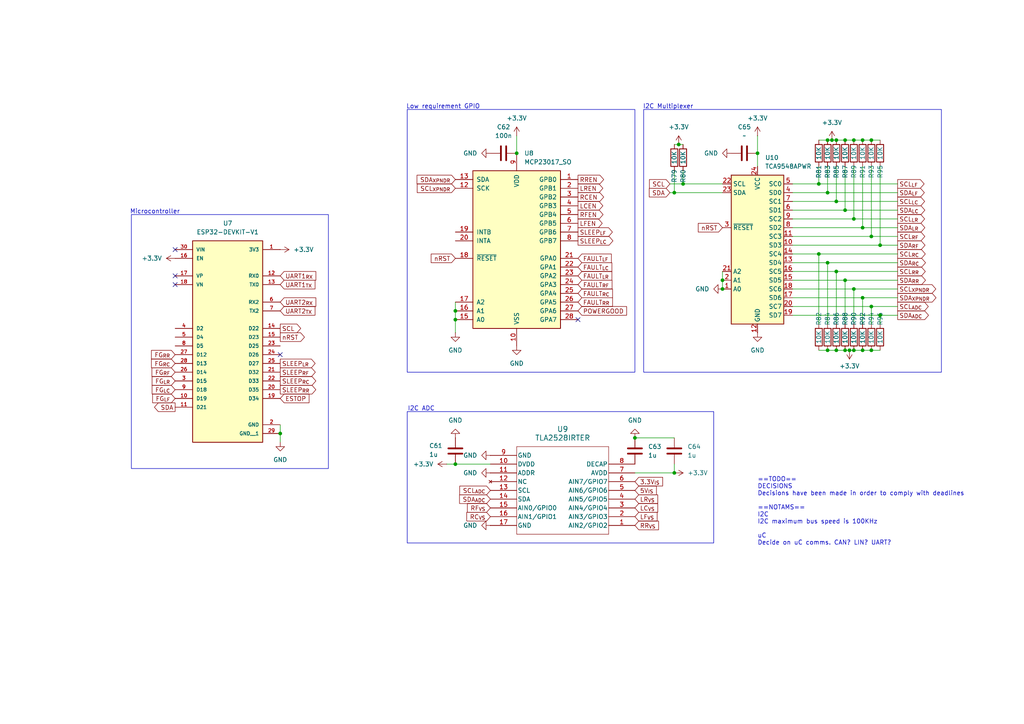
<source format=kicad_sch>
(kicad_sch
	(version 20231120)
	(generator "eeschema")
	(generator_version "8.0")
	(uuid "f4fbd667-bf23-455e-b417-4612f0831a80")
	(paper "A4")
	(title_block
		(title "MQ Rover Controller")
		(date "2024-12-23")
		(rev "A")
		(company "Sierra Engineering Design")
		(comment 1 "Rev. A Initial release")
	)
	(lib_symbols
		(symbol "Device:C"
			(pin_numbers hide)
			(pin_names
				(offset 0.254)
			)
			(exclude_from_sim no)
			(in_bom yes)
			(on_board yes)
			(property "Reference" "C"
				(at 0.635 2.54 0)
				(effects
					(font
						(size 1.27 1.27)
					)
					(justify left)
				)
			)
			(property "Value" "C"
				(at 0.635 -2.54 0)
				(effects
					(font
						(size 1.27 1.27)
					)
					(justify left)
				)
			)
			(property "Footprint" ""
				(at 0.9652 -3.81 0)
				(effects
					(font
						(size 1.27 1.27)
					)
					(hide yes)
				)
			)
			(property "Datasheet" "~"
				(at 0 0 0)
				(effects
					(font
						(size 1.27 1.27)
					)
					(hide yes)
				)
			)
			(property "Description" "Unpolarized capacitor"
				(at 0 0 0)
				(effects
					(font
						(size 1.27 1.27)
					)
					(hide yes)
				)
			)
			(property "ki_keywords" "cap capacitor"
				(at 0 0 0)
				(effects
					(font
						(size 1.27 1.27)
					)
					(hide yes)
				)
			)
			(property "ki_fp_filters" "C_*"
				(at 0 0 0)
				(effects
					(font
						(size 1.27 1.27)
					)
					(hide yes)
				)
			)
			(symbol "C_0_1"
				(polyline
					(pts
						(xy -2.032 -0.762) (xy 2.032 -0.762)
					)
					(stroke
						(width 0.508)
						(type default)
					)
					(fill
						(type none)
					)
				)
				(polyline
					(pts
						(xy -2.032 0.762) (xy 2.032 0.762)
					)
					(stroke
						(width 0.508)
						(type default)
					)
					(fill
						(type none)
					)
				)
			)
			(symbol "C_1_1"
				(pin passive line
					(at 0 3.81 270)
					(length 2.794)
					(name "~"
						(effects
							(font
								(size 1.27 1.27)
							)
						)
					)
					(number "1"
						(effects
							(font
								(size 1.27 1.27)
							)
						)
					)
				)
				(pin passive line
					(at 0 -3.81 90)
					(length 2.794)
					(name "~"
						(effects
							(font
								(size 1.27 1.27)
							)
						)
					)
					(number "2"
						(effects
							(font
								(size 1.27 1.27)
							)
						)
					)
				)
			)
		)
		(symbol "Device:R"
			(pin_numbers hide)
			(pin_names
				(offset 0)
			)
			(exclude_from_sim no)
			(in_bom yes)
			(on_board yes)
			(property "Reference" "R"
				(at 2.032 0 90)
				(effects
					(font
						(size 1.27 1.27)
					)
				)
			)
			(property "Value" "R"
				(at 0 0 90)
				(effects
					(font
						(size 1.27 1.27)
					)
				)
			)
			(property "Footprint" ""
				(at -1.778 0 90)
				(effects
					(font
						(size 1.27 1.27)
					)
					(hide yes)
				)
			)
			(property "Datasheet" "~"
				(at 0 0 0)
				(effects
					(font
						(size 1.27 1.27)
					)
					(hide yes)
				)
			)
			(property "Description" "Resistor"
				(at 0 0 0)
				(effects
					(font
						(size 1.27 1.27)
					)
					(hide yes)
				)
			)
			(property "ki_keywords" "R res resistor"
				(at 0 0 0)
				(effects
					(font
						(size 1.27 1.27)
					)
					(hide yes)
				)
			)
			(property "ki_fp_filters" "R_*"
				(at 0 0 0)
				(effects
					(font
						(size 1.27 1.27)
					)
					(hide yes)
				)
			)
			(symbol "R_0_1"
				(rectangle
					(start -1.016 -2.54)
					(end 1.016 2.54)
					(stroke
						(width 0.254)
						(type default)
					)
					(fill
						(type none)
					)
				)
			)
			(symbol "R_1_1"
				(pin passive line
					(at 0 3.81 270)
					(length 1.27)
					(name "~"
						(effects
							(font
								(size 1.27 1.27)
							)
						)
					)
					(number "1"
						(effects
							(font
								(size 1.27 1.27)
							)
						)
					)
				)
				(pin passive line
					(at 0 -3.81 90)
					(length 1.27)
					(name "~"
						(effects
							(font
								(size 1.27 1.27)
							)
						)
					)
					(number "2"
						(effects
							(font
								(size 1.27 1.27)
							)
						)
					)
				)
			)
		)
		(symbol "ESP32-DEVKIT-V1:ESP32-DEVKIT-V1"
			(pin_names
				(offset 1.016)
			)
			(exclude_from_sim no)
			(in_bom yes)
			(on_board yes)
			(property "Reference" "U"
				(at -10.16 30.48 0)
				(effects
					(font
						(size 1.27 1.27)
					)
					(justify left top)
				)
			)
			(property "Value" "ESP32-DEVKIT-V1"
				(at -10.16 -33.02 0)
				(effects
					(font
						(size 1.27 1.27)
					)
					(justify left bottom)
				)
			)
			(property "Footprint" "ESP32-DEVKIT-V1:MODULE_ESP32_DEVKIT_V1"
				(at 0 0 0)
				(effects
					(font
						(size 1.27 1.27)
					)
					(justify bottom)
					(hide yes)
				)
			)
			(property "Datasheet" ""
				(at 0 0 0)
				(effects
					(font
						(size 1.27 1.27)
					)
					(hide yes)
				)
			)
			(property "Description" ""
				(at 0 0 0)
				(effects
					(font
						(size 1.27 1.27)
					)
					(hide yes)
				)
			)
			(property "MF" "Do it"
				(at 0 0 0)
				(effects
					(font
						(size 1.27 1.27)
					)
					(justify bottom)
					(hide yes)
				)
			)
			(property "MAXIMUM_PACKAGE_HEIGHT" "6.8 mm"
				(at 0 0 0)
				(effects
					(font
						(size 1.27 1.27)
					)
					(justify bottom)
					(hide yes)
				)
			)
			(property "Package" "None"
				(at 0 0 0)
				(effects
					(font
						(size 1.27 1.27)
					)
					(justify bottom)
					(hide yes)
				)
			)
			(property "Price" "None"
				(at 0 0 0)
				(effects
					(font
						(size 1.27 1.27)
					)
					(justify bottom)
					(hide yes)
				)
			)
			(property "Check_prices" "https://www.snapeda.com/parts/ESP32-DEVKIT-V1/Do+it/view-part/?ref=eda"
				(at 0 0 0)
				(effects
					(font
						(size 1.27 1.27)
					)
					(justify bottom)
					(hide yes)
				)
			)
			(property "STANDARD" "Manufacturer Recommendations"
				(at 0 0 0)
				(effects
					(font
						(size 1.27 1.27)
					)
					(justify bottom)
					(hide yes)
				)
			)
			(property "PARTREV" "N/A"
				(at 0 0 0)
				(effects
					(font
						(size 1.27 1.27)
					)
					(justify bottom)
					(hide yes)
				)
			)
			(property "SnapEDA_Link" "https://www.snapeda.com/parts/ESP32-DEVKIT-V1/Do+it/view-part/?ref=snap"
				(at 0 0 0)
				(effects
					(font
						(size 1.27 1.27)
					)
					(justify bottom)
					(hide yes)
				)
			)
			(property "MP" "ESP32-DEVKIT-V1"
				(at 0 0 0)
				(effects
					(font
						(size 1.27 1.27)
					)
					(justify bottom)
					(hide yes)
				)
			)
			(property "Description_1" "\nDual core, Wi-Fi: 2.4 GHz up to 150 Mbits/s,BLE (Bluetooth Low Energy) and legacy Bluetooth, 32 bits, Up to 240 MHz\n"
				(at 0 0 0)
				(effects
					(font
						(size 1.27 1.27)
					)
					(justify bottom)
					(hide yes)
				)
			)
			(property "Availability" "Not in stock"
				(at 0 0 0)
				(effects
					(font
						(size 1.27 1.27)
					)
					(justify bottom)
					(hide yes)
				)
			)
			(property "MANUFACTURER" "DOIT"
				(at 0 0 0)
				(effects
					(font
						(size 1.27 1.27)
					)
					(justify bottom)
					(hide yes)
				)
			)
			(symbol "ESP32-DEVKIT-V1_0_0"
				(rectangle
					(start -10.16 -30.48)
					(end 10.16 27.94)
					(stroke
						(width 0.254)
						(type default)
					)
					(fill
						(type background)
					)
				)
				(pin output line
					(at 15.24 25.4 180)
					(length 5.08)
					(name "3V3"
						(effects
							(font
								(size 1.016 1.016)
							)
						)
					)
					(number "1"
						(effects
							(font
								(size 1.016 1.016)
							)
						)
					)
				)
				(pin bidirectional line
					(at -15.24 -17.78 0)
					(length 5.08)
					(name "D19"
						(effects
							(font
								(size 1.016 1.016)
							)
						)
					)
					(number "10"
						(effects
							(font
								(size 1.016 1.016)
							)
						)
					)
				)
				(pin bidirectional line
					(at -15.24 -20.32 0)
					(length 5.08)
					(name "D21"
						(effects
							(font
								(size 1.016 1.016)
							)
						)
					)
					(number "11"
						(effects
							(font
								(size 1.016 1.016)
							)
						)
					)
				)
				(pin input line
					(at 15.24 17.78 180)
					(length 5.08)
					(name "RX0"
						(effects
							(font
								(size 1.016 1.016)
							)
						)
					)
					(number "12"
						(effects
							(font
								(size 1.016 1.016)
							)
						)
					)
				)
				(pin output line
					(at 15.24 15.24 180)
					(length 5.08)
					(name "TX0"
						(effects
							(font
								(size 1.016 1.016)
							)
						)
					)
					(number "13"
						(effects
							(font
								(size 1.016 1.016)
							)
						)
					)
				)
				(pin bidirectional line
					(at 15.24 2.54 180)
					(length 5.08)
					(name "D22"
						(effects
							(font
								(size 1.016 1.016)
							)
						)
					)
					(number "14"
						(effects
							(font
								(size 1.016 1.016)
							)
						)
					)
				)
				(pin bidirectional line
					(at 15.24 0 180)
					(length 5.08)
					(name "D23"
						(effects
							(font
								(size 1.016 1.016)
							)
						)
					)
					(number "15"
						(effects
							(font
								(size 1.016 1.016)
							)
						)
					)
				)
				(pin input line
					(at -15.24 22.86 0)
					(length 5.08)
					(name "EN"
						(effects
							(font
								(size 1.016 1.016)
							)
						)
					)
					(number "16"
						(effects
							(font
								(size 1.016 1.016)
							)
						)
					)
				)
				(pin bidirectional line
					(at -15.24 17.78 0)
					(length 5.08)
					(name "VP"
						(effects
							(font
								(size 1.016 1.016)
							)
						)
					)
					(number "17"
						(effects
							(font
								(size 1.016 1.016)
							)
						)
					)
				)
				(pin bidirectional line
					(at -15.24 15.24 0)
					(length 5.08)
					(name "VN"
						(effects
							(font
								(size 1.016 1.016)
							)
						)
					)
					(number "18"
						(effects
							(font
								(size 1.016 1.016)
							)
						)
					)
				)
				(pin bidirectional line
					(at 15.24 -17.78 180)
					(length 5.08)
					(name "D34"
						(effects
							(font
								(size 1.016 1.016)
							)
						)
					)
					(number "19"
						(effects
							(font
								(size 1.016 1.016)
							)
						)
					)
				)
				(pin power_in line
					(at 15.24 -25.4 180)
					(length 5.08)
					(name "GND"
						(effects
							(font
								(size 1.016 1.016)
							)
						)
					)
					(number "2"
						(effects
							(font
								(size 1.016 1.016)
							)
						)
					)
				)
				(pin bidirectional line
					(at 15.24 -15.24 180)
					(length 5.08)
					(name "D35"
						(effects
							(font
								(size 1.016 1.016)
							)
						)
					)
					(number "20"
						(effects
							(font
								(size 1.016 1.016)
							)
						)
					)
				)
				(pin bidirectional line
					(at 15.24 -10.16 180)
					(length 5.08)
					(name "D32"
						(effects
							(font
								(size 1.016 1.016)
							)
						)
					)
					(number "21"
						(effects
							(font
								(size 1.016 1.016)
							)
						)
					)
				)
				(pin bidirectional line
					(at 15.24 -12.7 180)
					(length 5.08)
					(name "D33"
						(effects
							(font
								(size 1.016 1.016)
							)
						)
					)
					(number "22"
						(effects
							(font
								(size 1.016 1.016)
							)
						)
					)
				)
				(pin bidirectional line
					(at 15.24 -2.54 180)
					(length 5.08)
					(name "D25"
						(effects
							(font
								(size 1.016 1.016)
							)
						)
					)
					(number "23"
						(effects
							(font
								(size 1.016 1.016)
							)
						)
					)
				)
				(pin bidirectional line
					(at 15.24 -5.08 180)
					(length 5.08)
					(name "D26"
						(effects
							(font
								(size 1.016 1.016)
							)
						)
					)
					(number "24"
						(effects
							(font
								(size 1.016 1.016)
							)
						)
					)
				)
				(pin bidirectional line
					(at 15.24 -7.62 180)
					(length 5.08)
					(name "D27"
						(effects
							(font
								(size 1.016 1.016)
							)
						)
					)
					(number "25"
						(effects
							(font
								(size 1.016 1.016)
							)
						)
					)
				)
				(pin bidirectional line
					(at -15.24 -10.16 0)
					(length 5.08)
					(name "D14"
						(effects
							(font
								(size 1.016 1.016)
							)
						)
					)
					(number "26"
						(effects
							(font
								(size 1.016 1.016)
							)
						)
					)
				)
				(pin bidirectional line
					(at -15.24 -5.08 0)
					(length 5.08)
					(name "D12"
						(effects
							(font
								(size 1.016 1.016)
							)
						)
					)
					(number "27"
						(effects
							(font
								(size 1.016 1.016)
							)
						)
					)
				)
				(pin bidirectional line
					(at -15.24 -7.62 0)
					(length 5.08)
					(name "D13"
						(effects
							(font
								(size 1.016 1.016)
							)
						)
					)
					(number "28"
						(effects
							(font
								(size 1.016 1.016)
							)
						)
					)
				)
				(pin power_in line
					(at 15.24 -27.94 180)
					(length 5.08)
					(name "GND__1"
						(effects
							(font
								(size 1.016 1.016)
							)
						)
					)
					(number "29"
						(effects
							(font
								(size 1.016 1.016)
							)
						)
					)
				)
				(pin bidirectional line
					(at -15.24 -12.7 0)
					(length 5.08)
					(name "D15"
						(effects
							(font
								(size 1.016 1.016)
							)
						)
					)
					(number "3"
						(effects
							(font
								(size 1.016 1.016)
							)
						)
					)
				)
				(pin input line
					(at -15.24 25.4 0)
					(length 5.08)
					(name "VIN"
						(effects
							(font
								(size 1.016 1.016)
							)
						)
					)
					(number "30"
						(effects
							(font
								(size 1.016 1.016)
							)
						)
					)
				)
				(pin bidirectional line
					(at -15.24 2.54 0)
					(length 5.08)
					(name "D2"
						(effects
							(font
								(size 1.016 1.016)
							)
						)
					)
					(number "4"
						(effects
							(font
								(size 1.016 1.016)
							)
						)
					)
				)
				(pin bidirectional line
					(at -15.24 0 0)
					(length 5.08)
					(name "D4"
						(effects
							(font
								(size 1.016 1.016)
							)
						)
					)
					(number "5"
						(effects
							(font
								(size 1.016 1.016)
							)
						)
					)
				)
				(pin input line
					(at 15.24 10.16 180)
					(length 5.08)
					(name "RX2"
						(effects
							(font
								(size 1.016 1.016)
							)
						)
					)
					(number "6"
						(effects
							(font
								(size 1.016 1.016)
							)
						)
					)
				)
				(pin output line
					(at 15.24 7.62 180)
					(length 5.08)
					(name "TX2"
						(effects
							(font
								(size 1.016 1.016)
							)
						)
					)
					(number "7"
						(effects
							(font
								(size 1.016 1.016)
							)
						)
					)
				)
				(pin bidirectional line
					(at -15.24 -2.54 0)
					(length 5.08)
					(name "D5"
						(effects
							(font
								(size 1.016 1.016)
							)
						)
					)
					(number "8"
						(effects
							(font
								(size 1.016 1.016)
							)
						)
					)
				)
				(pin bidirectional line
					(at -15.24 -15.24 0)
					(length 5.08)
					(name "D18"
						(effects
							(font
								(size 1.016 1.016)
							)
						)
					)
					(number "9"
						(effects
							(font
								(size 1.016 1.016)
							)
						)
					)
				)
			)
		)
		(symbol "Interface_Expansion:MCP23017_SO"
			(pin_names
				(offset 1.016)
			)
			(exclude_from_sim no)
			(in_bom yes)
			(on_board yes)
			(property "Reference" "U"
				(at -11.43 24.13 0)
				(effects
					(font
						(size 1.27 1.27)
					)
				)
			)
			(property "Value" "MCP23017_SO"
				(at 0 0 0)
				(effects
					(font
						(size 1.27 1.27)
					)
				)
			)
			(property "Footprint" "Package_SO:SOIC-28W_7.5x17.9mm_P1.27mm"
				(at 5.08 -25.4 0)
				(effects
					(font
						(size 1.27 1.27)
					)
					(justify left)
					(hide yes)
				)
			)
			(property "Datasheet" "http://ww1.microchip.com/downloads/en/DeviceDoc/20001952C.pdf"
				(at 5.08 -27.94 0)
				(effects
					(font
						(size 1.27 1.27)
					)
					(justify left)
					(hide yes)
				)
			)
			(property "Description" "16-bit I/O expander, I2C, interrupts, w pull-ups, SOIC-28"
				(at 0 0 0)
				(effects
					(font
						(size 1.27 1.27)
					)
					(hide yes)
				)
			)
			(property "ki_keywords" "I2C parallel port expander"
				(at 0 0 0)
				(effects
					(font
						(size 1.27 1.27)
					)
					(hide yes)
				)
			)
			(property "ki_fp_filters" "SOIC*7.5x17.9mm*P1.27mm*"
				(at 0 0 0)
				(effects
					(font
						(size 1.27 1.27)
					)
					(hide yes)
				)
			)
			(symbol "MCP23017_SO_0_1"
				(rectangle
					(start -12.7 22.86)
					(end 12.7 -22.86)
					(stroke
						(width 0.254)
						(type default)
					)
					(fill
						(type background)
					)
				)
			)
			(symbol "MCP23017_SO_1_1"
				(pin bidirectional line
					(at 17.78 20.32 180)
					(length 5.08)
					(name "GPB0"
						(effects
							(font
								(size 1.27 1.27)
							)
						)
					)
					(number "1"
						(effects
							(font
								(size 1.27 1.27)
							)
						)
					)
				)
				(pin power_in line
					(at 0 -27.94 90)
					(length 5.08)
					(name "VSS"
						(effects
							(font
								(size 1.27 1.27)
							)
						)
					)
					(number "10"
						(effects
							(font
								(size 1.27 1.27)
							)
						)
					)
				)
				(pin no_connect line
					(at -12.7 15.24 0)
					(length 5.08) hide
					(name "NC"
						(effects
							(font
								(size 1.27 1.27)
							)
						)
					)
					(number "11"
						(effects
							(font
								(size 1.27 1.27)
							)
						)
					)
				)
				(pin input line
					(at -17.78 17.78 0)
					(length 5.08)
					(name "SCK"
						(effects
							(font
								(size 1.27 1.27)
							)
						)
					)
					(number "12"
						(effects
							(font
								(size 1.27 1.27)
							)
						)
					)
				)
				(pin bidirectional line
					(at -17.78 20.32 0)
					(length 5.08)
					(name "SDA"
						(effects
							(font
								(size 1.27 1.27)
							)
						)
					)
					(number "13"
						(effects
							(font
								(size 1.27 1.27)
							)
						)
					)
				)
				(pin no_connect line
					(at -12.7 12.7 0)
					(length 5.08) hide
					(name "NC"
						(effects
							(font
								(size 1.27 1.27)
							)
						)
					)
					(number "14"
						(effects
							(font
								(size 1.27 1.27)
							)
						)
					)
				)
				(pin input line
					(at -17.78 -20.32 0)
					(length 5.08)
					(name "A0"
						(effects
							(font
								(size 1.27 1.27)
							)
						)
					)
					(number "15"
						(effects
							(font
								(size 1.27 1.27)
							)
						)
					)
				)
				(pin input line
					(at -17.78 -17.78 0)
					(length 5.08)
					(name "A1"
						(effects
							(font
								(size 1.27 1.27)
							)
						)
					)
					(number "16"
						(effects
							(font
								(size 1.27 1.27)
							)
						)
					)
				)
				(pin input line
					(at -17.78 -15.24 0)
					(length 5.08)
					(name "A2"
						(effects
							(font
								(size 1.27 1.27)
							)
						)
					)
					(number "17"
						(effects
							(font
								(size 1.27 1.27)
							)
						)
					)
				)
				(pin input line
					(at -17.78 -2.54 0)
					(length 5.08)
					(name "~{RESET}"
						(effects
							(font
								(size 1.27 1.27)
							)
						)
					)
					(number "18"
						(effects
							(font
								(size 1.27 1.27)
							)
						)
					)
				)
				(pin tri_state line
					(at -17.78 5.08 0)
					(length 5.08)
					(name "INTB"
						(effects
							(font
								(size 1.27 1.27)
							)
						)
					)
					(number "19"
						(effects
							(font
								(size 1.27 1.27)
							)
						)
					)
				)
				(pin bidirectional line
					(at 17.78 17.78 180)
					(length 5.08)
					(name "GPB1"
						(effects
							(font
								(size 1.27 1.27)
							)
						)
					)
					(number "2"
						(effects
							(font
								(size 1.27 1.27)
							)
						)
					)
				)
				(pin tri_state line
					(at -17.78 2.54 0)
					(length 5.08)
					(name "INTA"
						(effects
							(font
								(size 1.27 1.27)
							)
						)
					)
					(number "20"
						(effects
							(font
								(size 1.27 1.27)
							)
						)
					)
				)
				(pin bidirectional line
					(at 17.78 -2.54 180)
					(length 5.08)
					(name "GPA0"
						(effects
							(font
								(size 1.27 1.27)
							)
						)
					)
					(number "21"
						(effects
							(font
								(size 1.27 1.27)
							)
						)
					)
				)
				(pin bidirectional line
					(at 17.78 -5.08 180)
					(length 5.08)
					(name "GPA1"
						(effects
							(font
								(size 1.27 1.27)
							)
						)
					)
					(number "22"
						(effects
							(font
								(size 1.27 1.27)
							)
						)
					)
				)
				(pin bidirectional line
					(at 17.78 -7.62 180)
					(length 5.08)
					(name "GPA2"
						(effects
							(font
								(size 1.27 1.27)
							)
						)
					)
					(number "23"
						(effects
							(font
								(size 1.27 1.27)
							)
						)
					)
				)
				(pin bidirectional line
					(at 17.78 -10.16 180)
					(length 5.08)
					(name "GPA3"
						(effects
							(font
								(size 1.27 1.27)
							)
						)
					)
					(number "24"
						(effects
							(font
								(size 1.27 1.27)
							)
						)
					)
				)
				(pin bidirectional line
					(at 17.78 -12.7 180)
					(length 5.08)
					(name "GPA4"
						(effects
							(font
								(size 1.27 1.27)
							)
						)
					)
					(number "25"
						(effects
							(font
								(size 1.27 1.27)
							)
						)
					)
				)
				(pin bidirectional line
					(at 17.78 -15.24 180)
					(length 5.08)
					(name "GPA5"
						(effects
							(font
								(size 1.27 1.27)
							)
						)
					)
					(number "26"
						(effects
							(font
								(size 1.27 1.27)
							)
						)
					)
				)
				(pin bidirectional line
					(at 17.78 -17.78 180)
					(length 5.08)
					(name "GPA6"
						(effects
							(font
								(size 1.27 1.27)
							)
						)
					)
					(number "27"
						(effects
							(font
								(size 1.27 1.27)
							)
						)
					)
				)
				(pin bidirectional line
					(at 17.78 -20.32 180)
					(length 5.08)
					(name "GPA7"
						(effects
							(font
								(size 1.27 1.27)
							)
						)
					)
					(number "28"
						(effects
							(font
								(size 1.27 1.27)
							)
						)
					)
				)
				(pin bidirectional line
					(at 17.78 15.24 180)
					(length 5.08)
					(name "GPB2"
						(effects
							(font
								(size 1.27 1.27)
							)
						)
					)
					(number "3"
						(effects
							(font
								(size 1.27 1.27)
							)
						)
					)
				)
				(pin bidirectional line
					(at 17.78 12.7 180)
					(length 5.08)
					(name "GPB3"
						(effects
							(font
								(size 1.27 1.27)
							)
						)
					)
					(number "4"
						(effects
							(font
								(size 1.27 1.27)
							)
						)
					)
				)
				(pin bidirectional line
					(at 17.78 10.16 180)
					(length 5.08)
					(name "GPB4"
						(effects
							(font
								(size 1.27 1.27)
							)
						)
					)
					(number "5"
						(effects
							(font
								(size 1.27 1.27)
							)
						)
					)
				)
				(pin bidirectional line
					(at 17.78 7.62 180)
					(length 5.08)
					(name "GPB5"
						(effects
							(font
								(size 1.27 1.27)
							)
						)
					)
					(number "6"
						(effects
							(font
								(size 1.27 1.27)
							)
						)
					)
				)
				(pin bidirectional line
					(at 17.78 5.08 180)
					(length 5.08)
					(name "GPB6"
						(effects
							(font
								(size 1.27 1.27)
							)
						)
					)
					(number "7"
						(effects
							(font
								(size 1.27 1.27)
							)
						)
					)
				)
				(pin bidirectional line
					(at 17.78 2.54 180)
					(length 5.08)
					(name "GPB7"
						(effects
							(font
								(size 1.27 1.27)
							)
						)
					)
					(number "8"
						(effects
							(font
								(size 1.27 1.27)
							)
						)
					)
				)
				(pin power_in line
					(at 0 27.94 270)
					(length 5.08)
					(name "VDD"
						(effects
							(font
								(size 1.27 1.27)
							)
						)
					)
					(number "9"
						(effects
							(font
								(size 1.27 1.27)
							)
						)
					)
				)
			)
		)
		(symbol "Interface_Expansion:TCA9548APWR"
			(exclude_from_sim no)
			(in_bom yes)
			(on_board yes)
			(property "Reference" "U"
				(at -7.62 21.59 0)
				(effects
					(font
						(size 1.27 1.27)
					)
					(justify left)
				)
			)
			(property "Value" "TCA9548APWR"
				(at 1.016 21.59 0)
				(effects
					(font
						(size 1.27 1.27)
					)
					(justify left)
				)
			)
			(property "Footprint" "Package_SO:TSSOP-24_4.4x7.8mm_P0.65mm"
				(at 0 -25.4 0)
				(effects
					(font
						(size 1.27 1.27)
					)
					(hide yes)
				)
			)
			(property "Datasheet" "http://www.ti.com/lit/ds/symlink/tca9548a.pdf"
				(at 1.27 6.35 0)
				(effects
					(font
						(size 1.27 1.27)
					)
					(hide yes)
				)
			)
			(property "Description" "Low voltage 8-channel I2C switch with reset, TSSOP-24"
				(at 0 0 0)
				(effects
					(font
						(size 1.27 1.27)
					)
					(hide yes)
				)
			)
			(property "ki_keywords" "Low voltage 8-channel I2C switch with reset"
				(at 0 0 0)
				(effects
					(font
						(size 1.27 1.27)
					)
					(hide yes)
				)
			)
			(property "ki_fp_filters" "TSSOP*4.4x7.8mm*P0.65mm*"
				(at 0 0 0)
				(effects
					(font
						(size 1.27 1.27)
					)
					(hide yes)
				)
			)
			(symbol "TCA9548APWR_0_1"
				(rectangle
					(start -7.62 20.32)
					(end 7.62 -22.86)
					(stroke
						(width 0.254)
						(type default)
					)
					(fill
						(type background)
					)
				)
			)
			(symbol "TCA9548APWR_1_1"
				(pin input line
					(at -10.16 -12.7 0)
					(length 2.54)
					(name "A0"
						(effects
							(font
								(size 1.27 1.27)
							)
						)
					)
					(number "1"
						(effects
							(font
								(size 1.27 1.27)
							)
						)
					)
				)
				(pin bidirectional line
					(at 10.16 0 180)
					(length 2.54)
					(name "SD3"
						(effects
							(font
								(size 1.27 1.27)
							)
						)
					)
					(number "10"
						(effects
							(font
								(size 1.27 1.27)
							)
						)
					)
				)
				(pin output line
					(at 10.16 2.54 180)
					(length 2.54)
					(name "SC3"
						(effects
							(font
								(size 1.27 1.27)
							)
						)
					)
					(number "11"
						(effects
							(font
								(size 1.27 1.27)
							)
						)
					)
				)
				(pin power_in line
					(at 0 -25.4 90)
					(length 2.54)
					(name "GND"
						(effects
							(font
								(size 1.27 1.27)
							)
						)
					)
					(number "12"
						(effects
							(font
								(size 1.27 1.27)
							)
						)
					)
				)
				(pin bidirectional line
					(at 10.16 -5.08 180)
					(length 2.54)
					(name "SD4"
						(effects
							(font
								(size 1.27 1.27)
							)
						)
					)
					(number "13"
						(effects
							(font
								(size 1.27 1.27)
							)
						)
					)
				)
				(pin output line
					(at 10.16 -2.54 180)
					(length 2.54)
					(name "SC4"
						(effects
							(font
								(size 1.27 1.27)
							)
						)
					)
					(number "14"
						(effects
							(font
								(size 1.27 1.27)
							)
						)
					)
				)
				(pin bidirectional line
					(at 10.16 -10.16 180)
					(length 2.54)
					(name "SD5"
						(effects
							(font
								(size 1.27 1.27)
							)
						)
					)
					(number "15"
						(effects
							(font
								(size 1.27 1.27)
							)
						)
					)
				)
				(pin output line
					(at 10.16 -7.62 180)
					(length 2.54)
					(name "SC5"
						(effects
							(font
								(size 1.27 1.27)
							)
						)
					)
					(number "16"
						(effects
							(font
								(size 1.27 1.27)
							)
						)
					)
				)
				(pin bidirectional line
					(at 10.16 -15.24 180)
					(length 2.54)
					(name "SD6"
						(effects
							(font
								(size 1.27 1.27)
							)
						)
					)
					(number "17"
						(effects
							(font
								(size 1.27 1.27)
							)
						)
					)
				)
				(pin output line
					(at 10.16 -12.7 180)
					(length 2.54)
					(name "SC6"
						(effects
							(font
								(size 1.27 1.27)
							)
						)
					)
					(number "18"
						(effects
							(font
								(size 1.27 1.27)
							)
						)
					)
				)
				(pin bidirectional line
					(at 10.16 -20.32 180)
					(length 2.54)
					(name "SD7"
						(effects
							(font
								(size 1.27 1.27)
							)
						)
					)
					(number "19"
						(effects
							(font
								(size 1.27 1.27)
							)
						)
					)
				)
				(pin input line
					(at -10.16 -10.16 0)
					(length 2.54)
					(name "A1"
						(effects
							(font
								(size 1.27 1.27)
							)
						)
					)
					(number "2"
						(effects
							(font
								(size 1.27 1.27)
							)
						)
					)
				)
				(pin output line
					(at 10.16 -17.78 180)
					(length 2.54)
					(name "SC7"
						(effects
							(font
								(size 1.27 1.27)
							)
						)
					)
					(number "20"
						(effects
							(font
								(size 1.27 1.27)
							)
						)
					)
				)
				(pin input line
					(at -10.16 -7.62 0)
					(length 2.54)
					(name "A2"
						(effects
							(font
								(size 1.27 1.27)
							)
						)
					)
					(number "21"
						(effects
							(font
								(size 1.27 1.27)
							)
						)
					)
				)
				(pin input line
					(at -10.16 17.78 0)
					(length 2.54)
					(name "SCL"
						(effects
							(font
								(size 1.27 1.27)
							)
						)
					)
					(number "22"
						(effects
							(font
								(size 1.27 1.27)
							)
						)
					)
				)
				(pin bidirectional line
					(at -10.16 15.24 0)
					(length 2.54)
					(name "SDA"
						(effects
							(font
								(size 1.27 1.27)
							)
						)
					)
					(number "23"
						(effects
							(font
								(size 1.27 1.27)
							)
						)
					)
				)
				(pin power_in line
					(at 0 22.86 270)
					(length 2.54)
					(name "VCC"
						(effects
							(font
								(size 1.27 1.27)
							)
						)
					)
					(number "24"
						(effects
							(font
								(size 1.27 1.27)
							)
						)
					)
				)
				(pin input line
					(at -10.16 5.08 0)
					(length 2.54)
					(name "~{RESET}"
						(effects
							(font
								(size 1.27 1.27)
							)
						)
					)
					(number "3"
						(effects
							(font
								(size 1.27 1.27)
							)
						)
					)
				)
				(pin bidirectional line
					(at 10.16 15.24 180)
					(length 2.54)
					(name "SD0"
						(effects
							(font
								(size 1.27 1.27)
							)
						)
					)
					(number "4"
						(effects
							(font
								(size 1.27 1.27)
							)
						)
					)
				)
				(pin output line
					(at 10.16 17.78 180)
					(length 2.54)
					(name "SC0"
						(effects
							(font
								(size 1.27 1.27)
							)
						)
					)
					(number "5"
						(effects
							(font
								(size 1.27 1.27)
							)
						)
					)
				)
				(pin bidirectional line
					(at 10.16 10.16 180)
					(length 2.54)
					(name "SD1"
						(effects
							(font
								(size 1.27 1.27)
							)
						)
					)
					(number "6"
						(effects
							(font
								(size 1.27 1.27)
							)
						)
					)
				)
				(pin output line
					(at 10.16 12.7 180)
					(length 2.54)
					(name "SC1"
						(effects
							(font
								(size 1.27 1.27)
							)
						)
					)
					(number "7"
						(effects
							(font
								(size 1.27 1.27)
							)
						)
					)
				)
				(pin bidirectional line
					(at 10.16 5.08 180)
					(length 2.54)
					(name "SD2"
						(effects
							(font
								(size 1.27 1.27)
							)
						)
					)
					(number "8"
						(effects
							(font
								(size 1.27 1.27)
							)
						)
					)
				)
				(pin output line
					(at 10.16 7.62 180)
					(length 2.54)
					(name "SC2"
						(effects
							(font
								(size 1.27 1.27)
							)
						)
					)
					(number "9"
						(effects
							(font
								(size 1.27 1.27)
							)
						)
					)
				)
			)
		)
		(symbol "TLA2528IRTER:TLA2528IRTER"
			(pin_names
				(offset 0.254)
			)
			(exclude_from_sim no)
			(in_bom yes)
			(on_board yes)
			(property "Reference" "U"
				(at -0.254 17.018 0)
				(effects
					(font
						(size 1.524 1.524)
					)
				)
			)
			(property "Value" "TLA2528IRTER"
				(at -0.254 14.478 0)
				(effects
					(font
						(size 1.524 1.524)
					)
				)
			)
			(property "Footprint" "WQFN16_RTE_TEX"
				(at -21.59 10.16 0)
				(effects
					(font
						(size 1.27 1.27)
						(italic yes)
					)
					(hide yes)
				)
			)
			(property "Datasheet" "TLA2528IRTER"
				(at -21.59 10.16 0)
				(effects
					(font
						(size 1.27 1.27)
						(italic yes)
					)
					(hide yes)
				)
			)
			(property "Description" ""
				(at -21.59 10.16 0)
				(effects
					(font
						(size 1.27 1.27)
					)
					(hide yes)
				)
			)
			(property "ki_locked" ""
				(at 0 0 0)
				(effects
					(font
						(size 1.27 1.27)
					)
				)
			)
			(property "ki_keywords" "TLA2528IRTER"
				(at 0 0 0)
				(effects
					(font
						(size 1.27 1.27)
					)
					(hide yes)
				)
			)
			(property "ki_fp_filters" "WQFN16_RTE_TEX WQFN16_RTE_TEX-M WQFN16_RTE_TEX-L"
				(at 0 0 0)
				(effects
					(font
						(size 1.27 1.27)
					)
					(hide yes)
				)
			)
			(symbol "TLA2528IRTER_0_1"
				(polyline
					(pts
						(xy -13.97 -12.7) (xy 12.7 -12.7)
					)
					(stroke
						(width 0.127)
						(type default)
					)
					(fill
						(type none)
					)
				)
				(polyline
					(pts
						(xy -13.97 12.7) (xy -13.97 -12.7)
					)
					(stroke
						(width 0.127)
						(type default)
					)
					(fill
						(type none)
					)
				)
				(polyline
					(pts
						(xy 12.7 -12.7) (xy 12.7 12.7)
					)
					(stroke
						(width 0.127)
						(type default)
					)
					(fill
						(type none)
					)
				)
				(polyline
					(pts
						(xy 12.7 12.7) (xy -13.97 12.7)
					)
					(stroke
						(width 0.127)
						(type default)
					)
					(fill
						(type none)
					)
				)
				(pin bidirectional line
					(at -21.59 10.16 0)
					(length 7.62)
					(name "AIN2/GPIO2"
						(effects
							(font
								(size 1.27 1.27)
							)
						)
					)
					(number "1"
						(effects
							(font
								(size 1.27 1.27)
							)
						)
					)
				)
				(pin power_in line
					(at 20.32 -7.62 180)
					(length 7.62)
					(name "DVDD"
						(effects
							(font
								(size 1.27 1.27)
							)
						)
					)
					(number "10"
						(effects
							(font
								(size 1.27 1.27)
							)
						)
					)
				)
				(pin input line
					(at 20.32 -5.08 180)
					(length 7.62)
					(name "ADDR"
						(effects
							(font
								(size 1.27 1.27)
							)
						)
					)
					(number "11"
						(effects
							(font
								(size 1.27 1.27)
							)
						)
					)
				)
				(pin no_connect line
					(at 20.32 -2.54 180)
					(length 7.62)
					(name "NC"
						(effects
							(font
								(size 1.27 1.27)
							)
						)
					)
					(number "12"
						(effects
							(font
								(size 1.27 1.27)
							)
						)
					)
				)
				(pin input line
					(at 20.32 0 180)
					(length 7.62)
					(name "SCL"
						(effects
							(font
								(size 1.27 1.27)
							)
						)
					)
					(number "13"
						(effects
							(font
								(size 1.27 1.27)
							)
						)
					)
				)
				(pin bidirectional line
					(at 20.32 2.54 180)
					(length 7.62)
					(name "SDA"
						(effects
							(font
								(size 1.27 1.27)
							)
						)
					)
					(number "14"
						(effects
							(font
								(size 1.27 1.27)
							)
						)
					)
				)
				(pin bidirectional line
					(at 20.32 5.08 180)
					(length 7.62)
					(name "AIN0/GPIO0"
						(effects
							(font
								(size 1.27 1.27)
							)
						)
					)
					(number "15"
						(effects
							(font
								(size 1.27 1.27)
							)
						)
					)
				)
				(pin bidirectional line
					(at 20.32 7.62 180)
					(length 7.62)
					(name "AIN1/GPIO1"
						(effects
							(font
								(size 1.27 1.27)
							)
						)
					)
					(number "16"
						(effects
							(font
								(size 1.27 1.27)
							)
						)
					)
				)
				(pin power_out line
					(at 20.32 10.16 180)
					(length 7.62)
					(name "GND"
						(effects
							(font
								(size 1.27 1.27)
							)
						)
					)
					(number "17"
						(effects
							(font
								(size 1.27 1.27)
							)
						)
					)
				)
				(pin bidirectional line
					(at -21.59 7.62 0)
					(length 7.62)
					(name "AIN3/GPIO3"
						(effects
							(font
								(size 1.27 1.27)
							)
						)
					)
					(number "2"
						(effects
							(font
								(size 1.27 1.27)
							)
						)
					)
				)
				(pin bidirectional line
					(at -21.59 5.08 0)
					(length 7.62)
					(name "AIN4/GPIO4"
						(effects
							(font
								(size 1.27 1.27)
							)
						)
					)
					(number "3"
						(effects
							(font
								(size 1.27 1.27)
							)
						)
					)
				)
				(pin bidirectional line
					(at -21.59 2.54 0)
					(length 7.62)
					(name "AIN5/GPIO5"
						(effects
							(font
								(size 1.27 1.27)
							)
						)
					)
					(number "4"
						(effects
							(font
								(size 1.27 1.27)
							)
						)
					)
				)
				(pin bidirectional line
					(at -21.59 0 0)
					(length 7.62)
					(name "AIN6/GPIO6"
						(effects
							(font
								(size 1.27 1.27)
							)
						)
					)
					(number "5"
						(effects
							(font
								(size 1.27 1.27)
							)
						)
					)
				)
				(pin bidirectional line
					(at -21.59 -2.54 0)
					(length 7.62)
					(name "AIN7/GPIO7"
						(effects
							(font
								(size 1.27 1.27)
							)
						)
					)
					(number "6"
						(effects
							(font
								(size 1.27 1.27)
							)
						)
					)
				)
				(pin power_in line
					(at -21.59 -5.08 0)
					(length 7.62)
					(name "AVDD"
						(effects
							(font
								(size 1.27 1.27)
							)
						)
					)
					(number "7"
						(effects
							(font
								(size 1.27 1.27)
							)
						)
					)
				)
				(pin power_in line
					(at -21.59 -7.62 0)
					(length 7.62)
					(name "DECAP"
						(effects
							(font
								(size 1.27 1.27)
							)
						)
					)
					(number "8"
						(effects
							(font
								(size 1.27 1.27)
							)
						)
					)
				)
				(pin power_out line
					(at 20.32 -10.16 180)
					(length 7.62)
					(name "GND"
						(effects
							(font
								(size 1.27 1.27)
							)
						)
					)
					(number "9"
						(effects
							(font
								(size 1.27 1.27)
							)
						)
					)
				)
			)
		)
		(symbol "power:+3.3V"
			(power)
			(pin_numbers hide)
			(pin_names
				(offset 0) hide)
			(exclude_from_sim no)
			(in_bom yes)
			(on_board yes)
			(property "Reference" "#PWR"
				(at 0 -3.81 0)
				(effects
					(font
						(size 1.27 1.27)
					)
					(hide yes)
				)
			)
			(property "Value" "+3.3V"
				(at 0 3.556 0)
				(effects
					(font
						(size 1.27 1.27)
					)
				)
			)
			(property "Footprint" ""
				(at 0 0 0)
				(effects
					(font
						(size 1.27 1.27)
					)
					(hide yes)
				)
			)
			(property "Datasheet" ""
				(at 0 0 0)
				(effects
					(font
						(size 1.27 1.27)
					)
					(hide yes)
				)
			)
			(property "Description" "Power symbol creates a global label with name \"+3.3V\""
				(at 0 0 0)
				(effects
					(font
						(size 1.27 1.27)
					)
					(hide yes)
				)
			)
			(property "ki_keywords" "global power"
				(at 0 0 0)
				(effects
					(font
						(size 1.27 1.27)
					)
					(hide yes)
				)
			)
			(symbol "+3.3V_0_1"
				(polyline
					(pts
						(xy -0.762 1.27) (xy 0 2.54)
					)
					(stroke
						(width 0)
						(type default)
					)
					(fill
						(type none)
					)
				)
				(polyline
					(pts
						(xy 0 0) (xy 0 2.54)
					)
					(stroke
						(width 0)
						(type default)
					)
					(fill
						(type none)
					)
				)
				(polyline
					(pts
						(xy 0 2.54) (xy 0.762 1.27)
					)
					(stroke
						(width 0)
						(type default)
					)
					(fill
						(type none)
					)
				)
			)
			(symbol "+3.3V_1_1"
				(pin power_in line
					(at 0 0 90)
					(length 0)
					(name "~"
						(effects
							(font
								(size 1.27 1.27)
							)
						)
					)
					(number "1"
						(effects
							(font
								(size 1.27 1.27)
							)
						)
					)
				)
			)
		)
		(symbol "power:GND"
			(power)
			(pin_numbers hide)
			(pin_names
				(offset 0) hide)
			(exclude_from_sim no)
			(in_bom yes)
			(on_board yes)
			(property "Reference" "#PWR"
				(at 0 -6.35 0)
				(effects
					(font
						(size 1.27 1.27)
					)
					(hide yes)
				)
			)
			(property "Value" "GND"
				(at 0 -3.81 0)
				(effects
					(font
						(size 1.27 1.27)
					)
				)
			)
			(property "Footprint" ""
				(at 0 0 0)
				(effects
					(font
						(size 1.27 1.27)
					)
					(hide yes)
				)
			)
			(property "Datasheet" ""
				(at 0 0 0)
				(effects
					(font
						(size 1.27 1.27)
					)
					(hide yes)
				)
			)
			(property "Description" "Power symbol creates a global label with name \"GND\" , ground"
				(at 0 0 0)
				(effects
					(font
						(size 1.27 1.27)
					)
					(hide yes)
				)
			)
			(property "ki_keywords" "global power"
				(at 0 0 0)
				(effects
					(font
						(size 1.27 1.27)
					)
					(hide yes)
				)
			)
			(symbol "GND_0_1"
				(polyline
					(pts
						(xy 0 0) (xy 0 -1.27) (xy 1.27 -1.27) (xy 0 -2.54) (xy -1.27 -1.27) (xy 0 -1.27)
					)
					(stroke
						(width 0)
						(type default)
					)
					(fill
						(type none)
					)
				)
			)
			(symbol "GND_1_1"
				(pin power_in line
					(at 0 0 270)
					(length 0)
					(name "~"
						(effects
							(font
								(size 1.27 1.27)
							)
						)
					)
					(number "1"
						(effects
							(font
								(size 1.27 1.27)
							)
						)
					)
				)
			)
		)
	)
	(junction
		(at 237.49 73.66)
		(diameter 0)
		(color 0 0 0 0)
		(uuid "071b82cb-db24-4f09-a882-b871aad14b9c")
	)
	(junction
		(at 247.65 63.5)
		(diameter 0)
		(color 0 0 0 0)
		(uuid "0967f934-1750-40b1-a4ad-705607483a26")
	)
	(junction
		(at 240.03 40.64)
		(diameter 0)
		(color 0 0 0 0)
		(uuid "0eec7b7a-b4a2-44d0-8838-15ca29774471")
	)
	(junction
		(at 245.11 81.28)
		(diameter 0)
		(color 0 0 0 0)
		(uuid "13c3ca96-2584-4b6e-96c4-27f3e82655f2")
	)
	(junction
		(at 252.73 101.6)
		(diameter 0)
		(color 0 0 0 0)
		(uuid "23cd141d-164e-4279-85c6-cf11f08cf874")
	)
	(junction
		(at 209.55 83.82)
		(diameter 0)
		(color 0 0 0 0)
		(uuid "3785cd17-8066-4c5b-bb39-90ae900e4245")
	)
	(junction
		(at 195.58 55.88)
		(diameter 0)
		(color 0 0 0 0)
		(uuid "3d11d28f-ace3-4537-a965-07140a23fbf1")
	)
	(junction
		(at 242.57 101.6)
		(diameter 0)
		(color 0 0 0 0)
		(uuid "3ee66e67-d635-471c-b47e-0d76cbece653")
	)
	(junction
		(at 255.27 71.12)
		(diameter 0)
		(color 0 0 0 0)
		(uuid "3f414f19-f6b4-4140-a6ce-7cab8cf7e109")
	)
	(junction
		(at 132.08 92.71)
		(diameter 0)
		(color 0 0 0 0)
		(uuid "4b303e07-facf-4843-b4b0-d1df888a2618")
	)
	(junction
		(at 252.73 40.64)
		(diameter 0)
		(color 0 0 0 0)
		(uuid "4e1d6a80-79a0-452b-a369-8b8e92b0dc45")
	)
	(junction
		(at 219.71 44.45)
		(diameter 0)
		(color 0 0 0 0)
		(uuid "54171027-9cf1-4c66-810b-672533296d4d")
	)
	(junction
		(at 241.3 40.64)
		(diameter 0)
		(color 0 0 0 0)
		(uuid "5a046c73-fe26-4372-bb16-9e8d99418374")
	)
	(junction
		(at 242.57 58.42)
		(diameter 0)
		(color 0 0 0 0)
		(uuid "5f4c9f3a-11d5-419b-80de-72e0b4c715d8")
	)
	(junction
		(at 252.73 68.58)
		(diameter 0)
		(color 0 0 0 0)
		(uuid "68da082d-38f7-4aed-b80f-607db09bd6ee")
	)
	(junction
		(at 198.12 53.34)
		(diameter 0)
		(color 0 0 0 0)
		(uuid "70e67860-b873-4e06-b8ab-8006820caac5")
	)
	(junction
		(at 240.03 55.88)
		(diameter 0)
		(color 0 0 0 0)
		(uuid "750b43cc-dda7-46ad-b81b-cabbd474a7e0")
	)
	(junction
		(at 240.03 76.2)
		(diameter 0)
		(color 0 0 0 0)
		(uuid "7c967806-afed-4603-a242-4db01e3eecc2")
	)
	(junction
		(at 250.19 86.36)
		(diameter 0)
		(color 0 0 0 0)
		(uuid "7e17ea07-cbd4-4b6c-9cd3-b002311c318f")
	)
	(junction
		(at 237.49 53.34)
		(diameter 0)
		(color 0 0 0 0)
		(uuid "80b0c0bf-906f-4230-9ce2-a9d4733909bc")
	)
	(junction
		(at 247.65 40.64)
		(diameter 0)
		(color 0 0 0 0)
		(uuid "85fa4962-45bb-4b96-9892-94df4d3e78bc")
	)
	(junction
		(at 250.19 40.64)
		(diameter 0)
		(color 0 0 0 0)
		(uuid "91fae933-513c-4617-ac9a-427170dfb8d3")
	)
	(junction
		(at 132.08 90.17)
		(diameter 0)
		(color 0 0 0 0)
		(uuid "938d9345-27ea-455a-a9f5-166dc9a43ded")
	)
	(junction
		(at 195.58 137.16)
		(diameter 0)
		(color 0 0 0 0)
		(uuid "9785e38d-acd4-4f7e-9780-15770d91f4a6")
	)
	(junction
		(at 252.73 88.9)
		(diameter 0)
		(color 0 0 0 0)
		(uuid "a2c26ba0-da3d-4998-8f63-8ff2ccb9253c")
	)
	(junction
		(at 242.57 40.64)
		(diameter 0)
		(color 0 0 0 0)
		(uuid "a906f79c-f9d0-4fa4-8f52-8ef6216c8dc6")
	)
	(junction
		(at 247.65 83.82)
		(diameter 0)
		(color 0 0 0 0)
		(uuid "a9bbed01-85ea-48a7-b5d5-db474535179d")
	)
	(junction
		(at 245.11 60.96)
		(diameter 0)
		(color 0 0 0 0)
		(uuid "af48d31f-6e60-4369-9e9d-7481595ed58d")
	)
	(junction
		(at 184.15 127)
		(diameter 0)
		(color 0 0 0 0)
		(uuid "afd1d0d7-e165-4036-9e1a-b4812eca508b")
	)
	(junction
		(at 209.55 81.28)
		(diameter 0)
		(color 0 0 0 0)
		(uuid "b5115018-fa1b-49ba-83c3-a80961c8cde8")
	)
	(junction
		(at 196.85 41.91)
		(diameter 0)
		(color 0 0 0 0)
		(uuid "b5867eb5-0e39-4c79-8b11-955544fe879c")
	)
	(junction
		(at 242.57 78.74)
		(diameter 0)
		(color 0 0 0 0)
		(uuid "b5ed0725-7c6b-44a0-8bd7-9aa976383f01")
	)
	(junction
		(at 255.27 91.44)
		(diameter 0)
		(color 0 0 0 0)
		(uuid "b9b264b5-f515-4b55-a91f-6e86eea16a21")
	)
	(junction
		(at 250.19 66.04)
		(diameter 0)
		(color 0 0 0 0)
		(uuid "ba0206fe-bb2e-433b-87de-156eb6bad5f3")
	)
	(junction
		(at 245.11 101.6)
		(diameter 0)
		(color 0 0 0 0)
		(uuid "c27b6a90-8948-43a3-bb97-ad7b21a5036f")
	)
	(junction
		(at 240.03 101.6)
		(diameter 0)
		(color 0 0 0 0)
		(uuid "c2f66ad2-3829-4dd4-814b-fd8e05dc256e")
	)
	(junction
		(at 81.28 125.73)
		(diameter 0)
		(color 0 0 0 0)
		(uuid "c8f914af-0fce-4c66-a4a2-185bd93d3c58")
	)
	(junction
		(at 250.19 101.6)
		(diameter 0)
		(color 0 0 0 0)
		(uuid "cec6f118-f88f-4605-baf5-36db1c00a96c")
	)
	(junction
		(at 149.86 44.45)
		(diameter 0)
		(color 0 0 0 0)
		(uuid "d6e707e4-374b-487e-b09a-9b5b60d896ee")
	)
	(junction
		(at 245.11 40.64)
		(diameter 0)
		(color 0 0 0 0)
		(uuid "ec6da631-1b12-40c8-ac99-329413ef05c3")
	)
	(junction
		(at 132.08 134.62)
		(diameter 0)
		(color 0 0 0 0)
		(uuid "ecfeaeab-43c8-4076-b5e4-e0d551e334d1")
	)
	(junction
		(at 247.65 101.6)
		(diameter 0)
		(color 0 0 0 0)
		(uuid "edf47fd1-079b-4331-8891-b8f433ea109c")
	)
	(junction
		(at 246.38 101.6)
		(diameter 0)
		(color 0 0 0 0)
		(uuid "fd87678e-091c-45af-bff9-1e51c2254c8b")
	)
	(no_connect
		(at 81.28 102.87)
		(uuid "70797c41-417e-486f-a085-58301229e56a")
	)
	(no_connect
		(at 167.64 92.71)
		(uuid "7f19e0f1-21f1-4eed-aacf-f4d97de4704f")
	)
	(no_connect
		(at 50.8 80.01)
		(uuid "a7fe5395-5599-40a0-8338-ccd7d2b93fa1")
	)
	(no_connect
		(at 50.8 82.55)
		(uuid "d661eb98-0918-49c4-a987-a15b84329bf7")
	)
	(no_connect
		(at 50.8 72.39)
		(uuid "e6160fd8-42dd-42c2-afd7-605740c57bf2")
	)
	(wire
		(pts
			(xy 198.12 53.34) (xy 209.55 53.34)
		)
		(stroke
			(width 0)
			(type default)
		)
		(uuid "010953f4-48bf-4f1c-9cd0-555b8c0d572f")
	)
	(wire
		(pts
			(xy 242.57 40.64) (xy 245.11 40.64)
		)
		(stroke
			(width 0)
			(type default)
		)
		(uuid "033903c8-aef0-4b23-98ae-446de83ec14b")
	)
	(wire
		(pts
			(xy 240.03 55.88) (xy 260.35 55.88)
		)
		(stroke
			(width 0)
			(type default)
		)
		(uuid "05fbc97d-d75e-44b5-8d0e-560d1d41af08")
	)
	(wire
		(pts
			(xy 247.65 101.6) (xy 250.19 101.6)
		)
		(stroke
			(width 0)
			(type default)
		)
		(uuid "06dfed8e-a45b-4f33-a135-cf6e57e32706")
	)
	(wire
		(pts
			(xy 198.12 49.53) (xy 198.12 53.34)
		)
		(stroke
			(width 0)
			(type default)
		)
		(uuid "07a41383-3ee4-4dba-9914-04fd9d55d3cc")
	)
	(wire
		(pts
			(xy 229.87 88.9) (xy 252.73 88.9)
		)
		(stroke
			(width 0)
			(type default)
		)
		(uuid "081c8a4c-730f-4932-934d-fcc5ed87ea35")
	)
	(wire
		(pts
			(xy 245.11 101.6) (xy 246.38 101.6)
		)
		(stroke
			(width 0)
			(type default)
		)
		(uuid "09bd55fb-d62c-4cfd-8cca-c52b71b9a2b1")
	)
	(wire
		(pts
			(xy 252.73 88.9) (xy 260.35 88.9)
		)
		(stroke
			(width 0)
			(type default)
		)
		(uuid "0ad3a48a-60af-4475-ae30-710169bbc522")
	)
	(wire
		(pts
			(xy 245.11 81.28) (xy 245.11 93.98)
		)
		(stroke
			(width 0)
			(type default)
		)
		(uuid "0c006669-ecd1-433b-92f4-759ebfb56f57")
	)
	(wire
		(pts
			(xy 237.49 53.34) (xy 260.35 53.34)
		)
		(stroke
			(width 0)
			(type default)
		)
		(uuid "0f228025-534d-4ab6-8f49-55f95e45f70b")
	)
	(wire
		(pts
			(xy 255.27 48.26) (xy 255.27 71.12)
		)
		(stroke
			(width 0)
			(type default)
		)
		(uuid "0f313d0f-703f-402d-9bd9-0f4b41bc27e4")
	)
	(wire
		(pts
			(xy 240.03 76.2) (xy 260.35 76.2)
		)
		(stroke
			(width 0)
			(type default)
		)
		(uuid "1318a3b5-8750-407f-8277-fa3e0aa7b6f6")
	)
	(wire
		(pts
			(xy 250.19 86.36) (xy 250.19 93.98)
		)
		(stroke
			(width 0)
			(type default)
		)
		(uuid "1384fa55-3e02-4801-b380-8e2125835734")
	)
	(wire
		(pts
			(xy 229.87 55.88) (xy 240.03 55.88)
		)
		(stroke
			(width 0)
			(type default)
		)
		(uuid "1904eb23-48cc-426f-91b0-2ccaa3fc7193")
	)
	(wire
		(pts
			(xy 242.57 48.26) (xy 242.57 58.42)
		)
		(stroke
			(width 0)
			(type default)
		)
		(uuid "19343481-49e4-40fe-b8b8-0037ac7331da")
	)
	(wire
		(pts
			(xy 229.87 81.28) (xy 245.11 81.28)
		)
		(stroke
			(width 0)
			(type default)
		)
		(uuid "22a36b26-674e-4b78-9891-df908842c16a")
	)
	(wire
		(pts
			(xy 250.19 48.26) (xy 250.19 66.04)
		)
		(stroke
			(width 0)
			(type default)
		)
		(uuid "23fdcbdd-0c06-483b-962c-d264c8f1d43b")
	)
	(wire
		(pts
			(xy 229.87 68.58) (xy 252.73 68.58)
		)
		(stroke
			(width 0)
			(type default)
		)
		(uuid "264c8ab8-2650-431a-8345-71034ee90526")
	)
	(wire
		(pts
			(xy 242.57 78.74) (xy 242.57 93.98)
		)
		(stroke
			(width 0)
			(type default)
		)
		(uuid "272e5f9a-3125-4f28-8227-31ff55af0905")
	)
	(wire
		(pts
			(xy 247.65 83.82) (xy 247.65 93.98)
		)
		(stroke
			(width 0)
			(type default)
		)
		(uuid "28489a40-1523-4274-8298-ee5961fa2122")
	)
	(wire
		(pts
			(xy 250.19 66.04) (xy 260.35 66.04)
		)
		(stroke
			(width 0)
			(type default)
		)
		(uuid "2adf3200-a0de-4119-ad0c-251c2b56e4d0")
	)
	(wire
		(pts
			(xy 237.49 40.64) (xy 240.03 40.64)
		)
		(stroke
			(width 0)
			(type default)
		)
		(uuid "2ae0f996-cc07-4bb7-a8d9-9d59c106a10f")
	)
	(wire
		(pts
			(xy 229.87 86.36) (xy 250.19 86.36)
		)
		(stroke
			(width 0)
			(type default)
		)
		(uuid "3135c11e-1294-43f9-a582-d5f371cb98a4")
	)
	(wire
		(pts
			(xy 245.11 48.26) (xy 245.11 60.96)
		)
		(stroke
			(width 0)
			(type default)
		)
		(uuid "332b82ea-133b-4c96-8279-8e3b23101d4c")
	)
	(wire
		(pts
			(xy 229.87 76.2) (xy 240.03 76.2)
		)
		(stroke
			(width 0)
			(type default)
		)
		(uuid "37cc1c00-a9c4-408c-81c2-36d51242e290")
	)
	(wire
		(pts
			(xy 229.87 83.82) (xy 247.65 83.82)
		)
		(stroke
			(width 0)
			(type default)
		)
		(uuid "3b7e12c3-d170-481b-9e97-75788042c955")
	)
	(wire
		(pts
			(xy 195.58 49.53) (xy 195.58 55.88)
		)
		(stroke
			(width 0)
			(type default)
		)
		(uuid "3c922c90-1d3c-47ac-9603-8871abbd87cd")
	)
	(wire
		(pts
			(xy 242.57 101.6) (xy 245.11 101.6)
		)
		(stroke
			(width 0)
			(type default)
		)
		(uuid "41e3d206-221d-43a8-8887-d12fc9a8a774")
	)
	(wire
		(pts
			(xy 229.87 78.74) (xy 242.57 78.74)
		)
		(stroke
			(width 0)
			(type default)
		)
		(uuid "48082688-9699-417a-8127-d0e3795f89f7")
	)
	(wire
		(pts
			(xy 229.87 73.66) (xy 237.49 73.66)
		)
		(stroke
			(width 0)
			(type default)
		)
		(uuid "51fbac14-a7f9-4b11-a25e-7af144352d1c")
	)
	(wire
		(pts
			(xy 229.87 66.04) (xy 250.19 66.04)
		)
		(stroke
			(width 0)
			(type default)
		)
		(uuid "53eb7dcd-79f7-4115-b3b8-025d13af9f23")
	)
	(wire
		(pts
			(xy 81.28 125.73) (xy 81.28 128.27)
		)
		(stroke
			(width 0)
			(type default)
		)
		(uuid "5687afa0-641b-484c-a855-0be5367a30c1")
	)
	(wire
		(pts
			(xy 229.87 63.5) (xy 247.65 63.5)
		)
		(stroke
			(width 0)
			(type default)
		)
		(uuid "56f668da-d664-4abe-a85a-4650f0bee455")
	)
	(wire
		(pts
			(xy 229.87 60.96) (xy 245.11 60.96)
		)
		(stroke
			(width 0)
			(type default)
		)
		(uuid "58e84d8e-8665-4283-9ddc-dfc21a83e206")
	)
	(wire
		(pts
			(xy 250.19 40.64) (xy 252.73 40.64)
		)
		(stroke
			(width 0)
			(type default)
		)
		(uuid "5bbda609-15ae-4bc8-a152-03169de98977")
	)
	(wire
		(pts
			(xy 252.73 88.9) (xy 252.73 93.98)
		)
		(stroke
			(width 0)
			(type default)
		)
		(uuid "5df04178-c83a-4236-81d2-42c4a6215a60")
	)
	(wire
		(pts
			(xy 229.87 58.42) (xy 242.57 58.42)
		)
		(stroke
			(width 0)
			(type default)
		)
		(uuid "5e5b502f-01e0-41a8-a77e-f651e2bfb26d")
	)
	(wire
		(pts
			(xy 195.58 134.62) (xy 195.58 137.16)
		)
		(stroke
			(width 0)
			(type default)
		)
		(uuid "5eb32a19-3ebe-4959-91d8-0c93acc18b8a")
	)
	(wire
		(pts
			(xy 129.54 134.62) (xy 132.08 134.62)
		)
		(stroke
			(width 0)
			(type default)
		)
		(uuid "5fa6171e-34c0-4939-9f2d-b1f509bc59b7")
	)
	(wire
		(pts
			(xy 240.03 40.64) (xy 241.3 40.64)
		)
		(stroke
			(width 0)
			(type default)
		)
		(uuid "619bbdea-1828-4545-90fe-8a606fad29d3")
	)
	(wire
		(pts
			(xy 132.08 134.62) (xy 142.24 134.62)
		)
		(stroke
			(width 0)
			(type default)
		)
		(uuid "6315570e-fb36-4e6c-afe4-7006f0cbd4af")
	)
	(wire
		(pts
			(xy 240.03 48.26) (xy 240.03 55.88)
		)
		(stroke
			(width 0)
			(type default)
		)
		(uuid "687ea8af-aad5-4354-a240-055d357558a9")
	)
	(wire
		(pts
			(xy 132.08 87.63) (xy 132.08 90.17)
		)
		(stroke
			(width 0)
			(type default)
		)
		(uuid "6a5affe2-e39d-4330-94db-cca514161a55")
	)
	(wire
		(pts
			(xy 219.71 44.45) (xy 219.71 48.26)
		)
		(stroke
			(width 0)
			(type default)
		)
		(uuid "6a713909-b94d-4f2f-bd4e-b1ee0baaee5e")
	)
	(wire
		(pts
			(xy 237.49 73.66) (xy 237.49 93.98)
		)
		(stroke
			(width 0)
			(type default)
		)
		(uuid "6b68d00d-ed97-4cb5-837f-e7438300f267")
	)
	(wire
		(pts
			(xy 247.65 40.64) (xy 250.19 40.64)
		)
		(stroke
			(width 0)
			(type default)
		)
		(uuid "6bb8009b-c6a2-45d9-8359-e46fb4bb85a5")
	)
	(wire
		(pts
			(xy 237.49 73.66) (xy 260.35 73.66)
		)
		(stroke
			(width 0)
			(type default)
		)
		(uuid "6c4d761e-5864-4bf1-bb15-c481446ef2dd")
	)
	(wire
		(pts
			(xy 247.65 83.82) (xy 260.35 83.82)
		)
		(stroke
			(width 0)
			(type default)
		)
		(uuid "6d24534b-51b6-411e-8368-6a65eade3a43")
	)
	(wire
		(pts
			(xy 219.71 39.37) (xy 219.71 44.45)
		)
		(stroke
			(width 0)
			(type default)
		)
		(uuid "6f4d7535-abe9-419e-b62e-6e788267d84e")
	)
	(wire
		(pts
			(xy 209.55 78.74) (xy 209.55 81.28)
		)
		(stroke
			(width 0)
			(type default)
		)
		(uuid "778c5b84-5923-417b-8499-6c57b19ed64d")
	)
	(wire
		(pts
			(xy 250.19 101.6) (xy 252.73 101.6)
		)
		(stroke
			(width 0)
			(type default)
		)
		(uuid "77cc2bff-97c9-4a24-8a12-54fbb57e81da")
	)
	(wire
		(pts
			(xy 255.27 91.44) (xy 255.27 93.98)
		)
		(stroke
			(width 0)
			(type default)
		)
		(uuid "77e29472-7b4a-4f9d-9886-5d6300e2d217")
	)
	(wire
		(pts
			(xy 247.65 63.5) (xy 260.35 63.5)
		)
		(stroke
			(width 0)
			(type default)
		)
		(uuid "7d0010cb-b152-4822-9406-760bdcfe5142")
	)
	(wire
		(pts
			(xy 252.73 101.6) (xy 255.27 101.6)
		)
		(stroke
			(width 0)
			(type default)
		)
		(uuid "80254cd1-6fb8-477f-aa72-3d51fecdbc79")
	)
	(wire
		(pts
			(xy 245.11 81.28) (xy 260.35 81.28)
		)
		(stroke
			(width 0)
			(type default)
		)
		(uuid "84736c77-9ebb-4c33-beac-3ad62ad2b1d9")
	)
	(wire
		(pts
			(xy 81.28 123.19) (xy 81.28 125.73)
		)
		(stroke
			(width 0)
			(type default)
		)
		(uuid "870d4a42-d116-4cd0-9d63-7c80a42d3331")
	)
	(wire
		(pts
			(xy 237.49 101.6) (xy 240.03 101.6)
		)
		(stroke
			(width 0)
			(type default)
		)
		(uuid "8aa59b7d-25c2-4433-8e92-25925edd1f77")
	)
	(wire
		(pts
			(xy 229.87 53.34) (xy 237.49 53.34)
		)
		(stroke
			(width 0)
			(type default)
		)
		(uuid "9a866663-e752-4823-ad4d-dec507530645")
	)
	(wire
		(pts
			(xy 194.31 53.34) (xy 198.12 53.34)
		)
		(stroke
			(width 0)
			(type default)
		)
		(uuid "a00d9d77-7fbb-4532-8207-d06a33f10266")
	)
	(wire
		(pts
			(xy 184.15 137.16) (xy 195.58 137.16)
		)
		(stroke
			(width 0)
			(type default)
		)
		(uuid "a332fbdc-e4e1-41ec-8214-3c92d0d85d5f")
	)
	(wire
		(pts
			(xy 149.86 39.37) (xy 149.86 44.45)
		)
		(stroke
			(width 0)
			(type default)
		)
		(uuid "a4d5a8fa-4e1f-4bad-96fc-4486e6587e9b")
	)
	(wire
		(pts
			(xy 194.31 55.88) (xy 195.58 55.88)
		)
		(stroke
			(width 0)
			(type default)
		)
		(uuid "a718d7a1-e829-4ca3-bb0d-550593439570")
	)
	(wire
		(pts
			(xy 240.03 76.2) (xy 240.03 93.98)
		)
		(stroke
			(width 0)
			(type default)
		)
		(uuid "a89d5a54-1997-4c0d-b417-9ec3cc1af704")
	)
	(wire
		(pts
			(xy 195.58 41.91) (xy 196.85 41.91)
		)
		(stroke
			(width 0)
			(type default)
		)
		(uuid "ad0f5ae1-f4bc-4efd-9f59-e525efce1202")
	)
	(wire
		(pts
			(xy 245.11 60.96) (xy 260.35 60.96)
		)
		(stroke
			(width 0)
			(type default)
		)
		(uuid "ad7571e2-4312-45a1-8220-14965e87f85f")
	)
	(wire
		(pts
			(xy 252.73 40.64) (xy 255.27 40.64)
		)
		(stroke
			(width 0)
			(type default)
		)
		(uuid "ae0976c8-0c63-4ab7-bcc3-ee182796ada9")
	)
	(wire
		(pts
			(xy 229.87 71.12) (xy 255.27 71.12)
		)
		(stroke
			(width 0)
			(type default)
		)
		(uuid "b4a12e5f-eebb-4a84-888e-65d6802bb170")
	)
	(wire
		(pts
			(xy 196.85 41.91) (xy 198.12 41.91)
		)
		(stroke
			(width 0)
			(type default)
		)
		(uuid "b553821a-9e45-46ca-841a-69dc2ecc7386")
	)
	(wire
		(pts
			(xy 242.57 78.74) (xy 260.35 78.74)
		)
		(stroke
			(width 0)
			(type default)
		)
		(uuid "b70e76e8-0617-4a02-b739-aae4e0d714a7")
	)
	(wire
		(pts
			(xy 195.58 55.88) (xy 209.55 55.88)
		)
		(stroke
			(width 0)
			(type default)
		)
		(uuid "ba4fbc7a-3efd-4695-b3c8-761a5940f8b4")
	)
	(wire
		(pts
			(xy 252.73 48.26) (xy 252.73 68.58)
		)
		(stroke
			(width 0)
			(type default)
		)
		(uuid "bb4a4b1a-1d24-46ea-8d16-b5a5f2d83b25")
	)
	(wire
		(pts
			(xy 252.73 68.58) (xy 260.35 68.58)
		)
		(stroke
			(width 0)
			(type default)
		)
		(uuid "bc11b5ab-2df6-43bb-a5de-1c7a5e64784a")
	)
	(wire
		(pts
			(xy 209.55 81.28) (xy 209.55 83.82)
		)
		(stroke
			(width 0)
			(type default)
		)
		(uuid "c8e3228b-1628-468f-8f47-cbf760a7183b")
	)
	(wire
		(pts
			(xy 247.65 48.26) (xy 247.65 63.5)
		)
		(stroke
			(width 0)
			(type default)
		)
		(uuid "cd41435e-c4bb-4af6-a98f-abfa254b6a48")
	)
	(wire
		(pts
			(xy 250.19 86.36) (xy 260.35 86.36)
		)
		(stroke
			(width 0)
			(type default)
		)
		(uuid "d1adf091-71c5-4555-8830-25326b9cd81a")
	)
	(wire
		(pts
			(xy 237.49 48.26) (xy 237.49 53.34)
		)
		(stroke
			(width 0)
			(type default)
		)
		(uuid "d2e1b3c4-5bc7-45d7-aa2f-e4f9bac1302b")
	)
	(wire
		(pts
			(xy 245.11 40.64) (xy 247.65 40.64)
		)
		(stroke
			(width 0)
			(type default)
		)
		(uuid "d3512956-aab0-43e6-baa6-e0fa02905ab2")
	)
	(wire
		(pts
			(xy 132.08 92.71) (xy 132.08 96.52)
		)
		(stroke
			(width 0)
			(type default)
		)
		(uuid "d6265057-b79b-44e8-84b8-35566fd70ba9")
	)
	(wire
		(pts
			(xy 246.38 101.6) (xy 247.65 101.6)
		)
		(stroke
			(width 0)
			(type default)
		)
		(uuid "dc4698ef-c168-4235-8d7b-9282d2050e2f")
	)
	(wire
		(pts
			(xy 229.87 91.44) (xy 255.27 91.44)
		)
		(stroke
			(width 0)
			(type default)
		)
		(uuid "df1c69ae-82dc-4e5f-a71f-0dd1b85235bf")
	)
	(wire
		(pts
			(xy 184.15 127) (xy 195.58 127)
		)
		(stroke
			(width 0)
			(type default)
		)
		(uuid "e0682481-509b-44d9-9037-213d3cfae2aa")
	)
	(wire
		(pts
			(xy 255.27 91.44) (xy 260.35 91.44)
		)
		(stroke
			(width 0)
			(type default)
		)
		(uuid "e7ea3d7a-086e-42ab-89c9-b804d4bd64d6")
	)
	(wire
		(pts
			(xy 240.03 101.6) (xy 242.57 101.6)
		)
		(stroke
			(width 0)
			(type default)
		)
		(uuid "f0993a47-e8a1-4b70-ba15-c81324cd7133")
	)
	(wire
		(pts
			(xy 132.08 90.17) (xy 132.08 92.71)
		)
		(stroke
			(width 0)
			(type default)
		)
		(uuid "f4a7b3b7-0260-4816-b080-cb42e0b34fd1")
	)
	(wire
		(pts
			(xy 255.27 71.12) (xy 260.35 71.12)
		)
		(stroke
			(width 0)
			(type default)
		)
		(uuid "f70dfcb3-2cf0-4a7c-9b8b-07fd10eb50d3")
	)
	(wire
		(pts
			(xy 242.57 58.42) (xy 260.35 58.42)
		)
		(stroke
			(width 0)
			(type default)
		)
		(uuid "fc5c26c2-3ea5-4605-9263-5220ea40958c")
	)
	(wire
		(pts
			(xy 241.3 40.64) (xy 242.57 40.64)
		)
		(stroke
			(width 0)
			(type default)
		)
		(uuid "fd8af467-2757-4ae8-888e-d234e99d9ff7")
	)
	(rectangle
		(start 38.1 62.23)
		(end 95.25 135.89)
		(stroke
			(width 0)
			(type default)
		)
		(fill
			(type none)
		)
		(uuid 12746526-3f00-4e5e-adf4-a5d9a1ae1249)
	)
	(rectangle
		(start 118.11 31.75)
		(end 184.15 107.95)
		(stroke
			(width 0)
			(type default)
		)
		(fill
			(type none)
		)
		(uuid 72e52a5f-abac-452e-a809-3f284beb033f)
	)
	(rectangle
		(start 186.69 31.75)
		(end 273.05 107.95)
		(stroke
			(width 0)
			(type default)
		)
		(fill
			(type none)
		)
		(uuid cc4363a1-56c0-428b-b7a0-3ca6b0a08e17)
	)
	(rectangle
		(start 118.11 119.38)
		(end 207.01 157.48)
		(stroke
			(width 0)
			(type default)
		)
		(fill
			(type none)
		)
		(uuid e92df53e-963c-44c8-b154-a8456a5aa41d)
	)
	(text "==TODO==\nDECISIONS\nDecisions have been made in order to comply with deadlines\n\n==NOTAMS==\nI2C\nI2C maximum bus speed is 100KHz\n\nuC\nDecide on uC comms. CAN? LIN? UART?"
		(exclude_from_sim no)
		(at 219.71 148.336 0)
		(effects
			(font
				(size 1.27 1.27)
			)
			(justify left)
		)
		(uuid "00568db0-9b54-458d-94be-128dff9a9617")
	)
	(text "I2C Multiplexer"
		(exclude_from_sim no)
		(at 193.802 30.988 0)
		(effects
			(font
				(size 1.27 1.27)
			)
		)
		(uuid "10661d93-ec03-4a82-be0f-b44b4c232df3")
	)
	(text "Microcontroller"
		(exclude_from_sim no)
		(at 44.958 61.468 0)
		(effects
			(font
				(size 1.27 1.27)
			)
		)
		(uuid "31d76f54-82a9-4100-a118-45fb263e5b84")
	)
	(text "Low requirement GPIO"
		(exclude_from_sim no)
		(at 128.524 30.988 0)
		(effects
			(font
				(size 1.27 1.27)
			)
		)
		(uuid "5ba58d38-5b47-473d-a5f8-0f0182ca1c01")
	)
	(text "I2C ADC"
		(exclude_from_sim no)
		(at 122.174 118.618 0)
		(effects
			(font
				(size 1.27 1.27)
			)
		)
		(uuid "d7aede4d-0acf-4517-814c-6f05f5269601")
	)
	(global_label "RR_{VS}"
		(shape input)
		(at 184.15 152.4 0)
		(fields_autoplaced yes)
		(effects
			(font
				(size 1.27 1.27)
			)
			(justify left)
		)
		(uuid "01c9d785-20eb-4194-9cb5-e7d3f4bcb115")
		(property "Intersheetrefs" "${INTERSHEET_REFS}"
			(at 191.5645 152.4 0)
			(effects
				(font
					(size 1.27 1.27)
				)
				(justify left)
				(hide yes)
			)
		)
	)
	(global_label "SLEEP_{RR}"
		(shape output)
		(at 81.28 113.03 0)
		(fields_autoplaced yes)
		(effects
			(font
				(size 1.27 1.27)
			)
			(justify left)
		)
		(uuid "079d9afc-3782-43a3-aace-a49f08f6d6da")
		(property "Intersheetrefs" "${INTERSHEET_REFS}"
			(at 92.1536 113.03 0)
			(effects
				(font
					(size 1.27 1.27)
				)
				(justify left)
				(hide yes)
			)
		)
	)
	(global_label "FG_{LC}"
		(shape input)
		(at 50.8 113.03 180)
		(fields_autoplaced yes)
		(effects
			(font
				(size 1.27 1.27)
			)
			(justify right)
		)
		(uuid "09e9dd2d-d2bc-4da2-a7ec-5bae54e34721")
		(property "Intersheetrefs" "${INTERSHEET_REFS}"
			(at 43.5669 113.03 0)
			(effects
				(font
					(size 1.27 1.27)
				)
				(justify right)
				(hide yes)
			)
		)
	)
	(global_label "LC_{VS}"
		(shape input)
		(at 184.15 147.32 0)
		(fields_autoplaced yes)
		(effects
			(font
				(size 1.27 1.27)
			)
			(justify left)
		)
		(uuid "0df2941b-b489-4298-b896-993417fab3bb")
		(property "Intersheetrefs" "${INTERSHEET_REFS}"
			(at 191.3226 147.32 0)
			(effects
				(font
					(size 1.27 1.27)
				)
				(justify left)
				(hide yes)
			)
		)
	)
	(global_label "5V_{IS}"
		(shape input)
		(at 184.15 142.24 0)
		(fields_autoplaced yes)
		(effects
			(font
				(size 1.27 1.27)
			)
			(justify left)
		)
		(uuid "120fde33-9094-4519-806e-a7420170fb69")
		(property "Intersheetrefs" "${INTERSHEET_REFS}"
			(at 190.9355 142.24 0)
			(effects
				(font
					(size 1.27 1.27)
				)
				(justify left)
				(hide yes)
			)
		)
	)
	(global_label "SCL_{ADC}"
		(shape output)
		(at 260.35 88.9 0)
		(fields_autoplaced yes)
		(effects
			(font
				(size 1.27 1.27)
			)
			(justify left)
		)
		(uuid "15bff166-fdae-4e34-91c7-3516c340d0fb")
		(property "Intersheetrefs" "${INTERSHEET_REFS}"
			(at 269.7965 88.9 0)
			(effects
				(font
					(size 1.27 1.27)
				)
				(justify left)
				(hide yes)
			)
		)
	)
	(global_label "FAULT_{LC}"
		(shape input)
		(at 167.64 77.47 0)
		(fields_autoplaced yes)
		(effects
			(font
				(size 1.27 1.27)
			)
			(justify left)
		)
		(uuid "16f6d3f8-3151-4a49-9c16-6b28ef9bb72f")
		(property "Intersheetrefs" "${INTERSHEET_REFS}"
			(at 178.0179 77.47 0)
			(effects
				(font
					(size 1.27 1.27)
				)
				(justify left)
				(hide yes)
			)
		)
	)
	(global_label "SCL_{XPNDR}"
		(shape input)
		(at 132.08 54.61 180)
		(fields_autoplaced yes)
		(effects
			(font
				(size 1.27 1.27)
			)
			(justify right)
		)
		(uuid "191046b8-f262-43a1-a921-9aaea853bd2a")
		(property "Intersheetrefs" "${INTERSHEET_REFS}"
			(at 120.4564 54.61 0)
			(effects
				(font
					(size 1.27 1.27)
				)
				(justify right)
				(hide yes)
			)
		)
	)
	(global_label "SDA_{RC}"
		(shape output)
		(at 260.35 76.2 0)
		(fields_autoplaced yes)
		(effects
			(font
				(size 1.27 1.27)
			)
			(justify left)
		)
		(uuid "1ba03106-1d8d-47e0-a3e9-7cee0ca3d8ac")
		(property "Intersheetrefs" "${INTERSHEET_REFS}"
			(at 268.9861 76.2 0)
			(effects
				(font
					(size 1.27 1.27)
				)
				(justify left)
				(hide yes)
			)
		)
	)
	(global_label "LFEN"
		(shape output)
		(at 167.64 64.77 0)
		(fields_autoplaced yes)
		(effects
			(font
				(size 1.27 1.27)
			)
			(justify left)
		)
		(uuid "1ddcebd3-9717-4d2f-91cf-404c455c4ca0")
		(property "Intersheetrefs" "${INTERSHEET_REFS}"
			(at 175.2214 64.77 0)
			(effects
				(font
					(size 1.27 1.27)
				)
				(justify left)
				(hide yes)
			)
		)
	)
	(global_label "SDA_{LR}"
		(shape output)
		(at 260.35 66.04 0)
		(fields_autoplaced yes)
		(effects
			(font
				(size 1.27 1.27)
			)
			(justify left)
		)
		(uuid "239a9911-fce4-4158-8643-dda25edd20bf")
		(property "Intersheetrefs" "${INTERSHEET_REFS}"
			(at 268.7926 66.04 0)
			(effects
				(font
					(size 1.27 1.27)
				)
				(justify left)
				(hide yes)
			)
		)
	)
	(global_label "FG_{RC}"
		(shape input)
		(at 50.8 105.41 180)
		(fields_autoplaced yes)
		(effects
			(font
				(size 1.27 1.27)
			)
			(justify right)
		)
		(uuid "241cebaa-5c15-4427-ad00-b54f8fbf4534")
		(property "Intersheetrefs" "${INTERSHEET_REFS}"
			(at 43.3734 105.41 0)
			(effects
				(font
					(size 1.27 1.27)
				)
				(justify right)
				(hide yes)
			)
		)
	)
	(global_label "SCL_{LC}"
		(shape output)
		(at 260.35 58.42 0)
		(fields_autoplaced yes)
		(effects
			(font
				(size 1.27 1.27)
			)
			(justify left)
		)
		(uuid "28a514aa-ad85-4c22-9d0e-8d6d40c19b79")
		(property "Intersheetrefs" "${INTERSHEET_REFS}"
			(at 268.7321 58.42 0)
			(effects
				(font
					(size 1.27 1.27)
				)
				(justify left)
				(hide yes)
			)
		)
	)
	(global_label "POWERGOOD"
		(shape input)
		(at 167.64 90.17 0)
		(fields_autoplaced yes)
		(effects
			(font
				(size 1.27 1.27)
			)
			(justify left)
		)
		(uuid "29aa2785-cc03-4aeb-9d67-e0cf019eeaf6")
		(property "Intersheetrefs" "${INTERSHEET_REFS}"
			(at 182.2971 90.17 0)
			(effects
				(font
					(size 1.27 1.27)
				)
				(justify left)
				(hide yes)
			)
		)
	)
	(global_label "FAULT_{RF}"
		(shape input)
		(at 167.64 82.55 0)
		(fields_autoplaced yes)
		(effects
			(font
				(size 1.27 1.27)
			)
			(justify left)
		)
		(uuid "2c1a4fbd-08c3-458e-a30a-521ff7cd1219")
		(property "Intersheetrefs" "${INTERSHEET_REFS}"
			(at 178.0663 82.55 0)
			(effects
				(font
					(size 1.27 1.27)
				)
				(justify left)
				(hide yes)
			)
		)
	)
	(global_label "FAULT_{LR}"
		(shape input)
		(at 167.64 80.01 0)
		(fields_autoplaced yes)
		(effects
			(font
				(size 1.27 1.27)
			)
			(justify left)
		)
		(uuid "3404be1b-0547-4aee-84ca-3c2d8b52bef3")
		(property "Intersheetrefs" "${INTERSHEET_REFS}"
			(at 178.0179 80.01 0)
			(effects
				(font
					(size 1.27 1.27)
				)
				(justify left)
				(hide yes)
			)
		)
	)
	(global_label "LREN"
		(shape output)
		(at 167.64 54.61 0)
		(fields_autoplaced yes)
		(effects
			(font
				(size 1.27 1.27)
			)
			(justify left)
		)
		(uuid "39571455-826f-4962-bdc5-d671b3cad652")
		(property "Intersheetrefs" "${INTERSHEET_REFS}"
			(at 175.4028 54.61 0)
			(effects
				(font
					(size 1.27 1.27)
				)
				(justify left)
				(hide yes)
			)
		)
	)
	(global_label "SLEEP_{RC}"
		(shape output)
		(at 81.28 110.49 0)
		(fields_autoplaced yes)
		(effects
			(font
				(size 1.27 1.27)
			)
			(justify left)
		)
		(uuid "3f3139bc-76e9-4217-b4d8-a36334d31cf8")
		(property "Intersheetrefs" "${INTERSHEET_REFS}"
			(at 92.1536 110.49 0)
			(effects
				(font
					(size 1.27 1.27)
				)
				(justify left)
				(hide yes)
			)
		)
	)
	(global_label "SDA_{RF}"
		(shape output)
		(at 260.35 71.12 0)
		(fields_autoplaced yes)
		(effects
			(font
				(size 1.27 1.27)
			)
			(justify left)
		)
		(uuid "486ce845-6b49-479a-97dd-464619af8c7c")
		(property "Intersheetrefs" "${INTERSHEET_REFS}"
			(at 268.841 71.12 0)
			(effects
				(font
					(size 1.27 1.27)
				)
				(justify left)
				(hide yes)
			)
		)
	)
	(global_label "SCL_{RR}"
		(shape output)
		(at 260.35 78.74 0)
		(fields_autoplaced yes)
		(effects
			(font
				(size 1.27 1.27)
			)
			(justify left)
		)
		(uuid "4b58f585-7f26-4322-8029-3ddc3381fec0")
		(property "Intersheetrefs" "${INTERSHEET_REFS}"
			(at 268.9256 78.74 0)
			(effects
				(font
					(size 1.27 1.27)
				)
				(justify left)
				(hide yes)
			)
		)
	)
	(global_label "UART1_{TX}"
		(shape input)
		(at 81.28 82.55 0)
		(fields_autoplaced yes)
		(effects
			(font
				(size 1.27 1.27)
			)
			(justify left)
		)
		(uuid "52948e75-ab46-4d90-9f79-ee3351ef3cee")
		(property "Intersheetrefs" "${INTERSHEET_REFS}"
			(at 91.9239 82.55 0)
			(effects
				(font
					(size 1.27 1.27)
				)
				(justify left)
				(hide yes)
			)
		)
	)
	(global_label "SCL_{RF}"
		(shape output)
		(at 260.35 68.58 0)
		(fields_autoplaced yes)
		(effects
			(font
				(size 1.27 1.27)
			)
			(justify left)
		)
		(uuid "57cfc41f-1948-46fc-95e7-012246d12e07")
		(property "Intersheetrefs" "${INTERSHEET_REFS}"
			(at 268.7805 68.58 0)
			(effects
				(font
					(size 1.27 1.27)
				)
				(justify left)
				(hide yes)
			)
		)
	)
	(global_label "SCL_{ADC}"
		(shape input)
		(at 142.24 142.24 180)
		(fields_autoplaced yes)
		(effects
			(font
				(size 1.27 1.27)
			)
			(justify right)
		)
		(uuid "580a3725-b126-486d-8bbd-ba5eff7f82f0")
		(property "Intersheetrefs" "${INTERSHEET_REFS}"
			(at 132.7935 142.24 0)
			(effects
				(font
					(size 1.27 1.27)
				)
				(justify right)
				(hide yes)
			)
		)
	)
	(global_label "SDA_{RR}"
		(shape output)
		(at 260.35 81.28 0)
		(fields_autoplaced yes)
		(effects
			(font
				(size 1.27 1.27)
			)
			(justify left)
		)
		(uuid "589e1df4-ae57-4654-9749-a40be61ccae0")
		(property "Intersheetrefs" "${INTERSHEET_REFS}"
			(at 268.9861 81.28 0)
			(effects
				(font
					(size 1.27 1.27)
				)
				(justify left)
				(hide yes)
			)
		)
	)
	(global_label "SDA"
		(shape input)
		(at 194.31 55.88 180)
		(fields_autoplaced yes)
		(effects
			(font
				(size 1.27 1.27)
			)
			(justify right)
		)
		(uuid "5d39e89d-0540-4e11-89de-9f7a0c30a63a")
		(property "Intersheetrefs" "${INTERSHEET_REFS}"
			(at 187.7567 55.88 0)
			(effects
				(font
					(size 1.27 1.27)
				)
				(justify right)
				(hide yes)
			)
		)
	)
	(global_label "SCL_{LR}"
		(shape output)
		(at 260.35 63.5 0)
		(fields_autoplaced yes)
		(effects
			(font
				(size 1.27 1.27)
			)
			(justify left)
		)
		(uuid "603116a5-9251-4afb-bf55-72baf273a259")
		(property "Intersheetrefs" "${INTERSHEET_REFS}"
			(at 268.7321 63.5 0)
			(effects
				(font
					(size 1.27 1.27)
				)
				(justify left)
				(hide yes)
			)
		)
	)
	(global_label "SDA_{ADC}"
		(shape input)
		(at 142.24 144.78 180)
		(fields_autoplaced yes)
		(effects
			(font
				(size 1.27 1.27)
			)
			(justify right)
		)
		(uuid "628dcead-2a10-4444-83f2-d1ed606004e3")
		(property "Intersheetrefs" "${INTERSHEET_REFS}"
			(at 132.733 144.78 0)
			(effects
				(font
					(size 1.27 1.27)
				)
				(justify right)
				(hide yes)
			)
		)
	)
	(global_label "FG_{LR}"
		(shape input)
		(at 50.8 110.49 180)
		(fields_autoplaced yes)
		(effects
			(font
				(size 1.27 1.27)
			)
			(justify right)
		)
		(uuid "631e40ce-3fc8-4327-b35a-1dce72dc81a1")
		(property "Intersheetrefs" "${INTERSHEET_REFS}"
			(at 43.5669 110.49 0)
			(effects
				(font
					(size 1.27 1.27)
				)
				(justify right)
				(hide yes)
			)
		)
	)
	(global_label "FAULT_{LF}"
		(shape input)
		(at 167.64 74.93 0)
		(fields_autoplaced yes)
		(effects
			(font
				(size 1.27 1.27)
			)
			(justify left)
		)
		(uuid "6d5cb0de-814c-4355-9bc0-0632f9f0ceae")
		(property "Intersheetrefs" "${INTERSHEET_REFS}"
			(at 177.8728 74.93 0)
			(effects
				(font
					(size 1.27 1.27)
				)
				(justify left)
				(hide yes)
			)
		)
	)
	(global_label "FG_{RF}"
		(shape input)
		(at 50.8 107.95 180)
		(fields_autoplaced yes)
		(effects
			(font
				(size 1.27 1.27)
			)
			(justify right)
		)
		(uuid "6dad52d9-134e-4cb1-9871-3e2ae426560f")
		(property "Intersheetrefs" "${INTERSHEET_REFS}"
			(at 43.5185 107.95 0)
			(effects
				(font
					(size 1.27 1.27)
				)
				(justify right)
				(hide yes)
			)
		)
	)
	(global_label "FAULT_{RR}"
		(shape input)
		(at 167.64 87.63 0)
		(fields_autoplaced yes)
		(effects
			(font
				(size 1.27 1.27)
			)
			(justify left)
		)
		(uuid "728f7a2f-bc85-47e3-8f85-2bf8cb4304cc")
		(property "Intersheetrefs" "${INTERSHEET_REFS}"
			(at 178.2114 87.63 0)
			(effects
				(font
					(size 1.27 1.27)
				)
				(justify left)
				(hide yes)
			)
		)
	)
	(global_label "UART1_{RX}"
		(shape input)
		(at 81.28 80.01 0)
		(fields_autoplaced yes)
		(effects
			(font
				(size 1.27 1.27)
			)
			(justify left)
		)
		(uuid "776a96a7-2242-4f2a-9ad8-e9fa0c9bb453")
		(property "Intersheetrefs" "${INTERSHEET_REFS}"
			(at 92.1658 80.01 0)
			(effects
				(font
					(size 1.27 1.27)
				)
				(justify left)
				(hide yes)
			)
		)
	)
	(global_label "SDA_{ADC}"
		(shape output)
		(at 260.35 91.44 0)
		(fields_autoplaced yes)
		(effects
			(font
				(size 1.27 1.27)
			)
			(justify left)
		)
		(uuid "78ef1eee-fa79-45cd-824d-5a94dd03f51f")
		(property "Intersheetrefs" "${INTERSHEET_REFS}"
			(at 269.857 91.44 0)
			(effects
				(font
					(size 1.27 1.27)
				)
				(justify left)
				(hide yes)
			)
		)
	)
	(global_label "SDA_{LC}"
		(shape output)
		(at 260.35 60.96 0)
		(fields_autoplaced yes)
		(effects
			(font
				(size 1.27 1.27)
			)
			(justify left)
		)
		(uuid "808fe1d9-f57f-44d7-aa3c-6ba2545ea4a8")
		(property "Intersheetrefs" "${INTERSHEET_REFS}"
			(at 268.7926 60.96 0)
			(effects
				(font
					(size 1.27 1.27)
				)
				(justify left)
				(hide yes)
			)
		)
	)
	(global_label "nRST"
		(shape output)
		(at 81.28 97.79 0)
		(fields_autoplaced yes)
		(effects
			(font
				(size 1.27 1.27)
			)
			(justify left)
		)
		(uuid "85671c5d-ee1e-4d60-8fc4-c5fccb8afd1a")
		(property "Intersheetrefs" "${INTERSHEET_REFS}"
			(at 88.8613 97.79 0)
			(effects
				(font
					(size 1.27 1.27)
				)
				(justify left)
				(hide yes)
			)
		)
	)
	(global_label "SLEEP_{LC}"
		(shape output)
		(at 167.64 69.85 0)
		(fields_autoplaced yes)
		(effects
			(font
				(size 1.27 1.27)
			)
			(justify left)
		)
		(uuid "87f5b022-1a93-4bfd-af64-9d67ff2abb6d")
		(property "Intersheetrefs" "${INTERSHEET_REFS}"
			(at 178.3201 69.85 0)
			(effects
				(font
					(size 1.27 1.27)
				)
				(justify left)
				(hide yes)
			)
		)
	)
	(global_label "RREN"
		(shape output)
		(at 167.64 52.07 0)
		(fields_autoplaced yes)
		(effects
			(font
				(size 1.27 1.27)
			)
			(justify left)
		)
		(uuid "8b547b4a-453d-479c-904e-b10c3e8487b3")
		(property "Intersheetrefs" "${INTERSHEET_REFS}"
			(at 175.6447 52.07 0)
			(effects
				(font
					(size 1.27 1.27)
				)
				(justify left)
				(hide yes)
			)
		)
	)
	(global_label "SLEEP_{LF}"
		(shape output)
		(at 167.64 67.31 0)
		(fields_autoplaced yes)
		(effects
			(font
				(size 1.27 1.27)
			)
			(justify left)
		)
		(uuid "8f07e123-00f1-449d-b185-fc8a869f459e")
		(property "Intersheetrefs" "${INTERSHEET_REFS}"
			(at 178.175 67.31 0)
			(effects
				(font
					(size 1.27 1.27)
				)
				(justify left)
				(hide yes)
			)
		)
	)
	(global_label "SCL"
		(shape input)
		(at 194.31 53.34 180)
		(fields_autoplaced yes)
		(effects
			(font
				(size 1.27 1.27)
			)
			(justify right)
		)
		(uuid "992cd182-4e58-40de-9844-024f4a5d1ce5")
		(property "Intersheetrefs" "${INTERSHEET_REFS}"
			(at 187.8172 53.34 0)
			(effects
				(font
					(size 1.27 1.27)
				)
				(justify right)
				(hide yes)
			)
		)
	)
	(global_label "nRST"
		(shape input)
		(at 132.08 74.93 180)
		(fields_autoplaced yes)
		(effects
			(font
				(size 1.27 1.27)
			)
			(justify right)
		)
		(uuid "99cb9160-0c25-4492-9c68-42ee5ebf72ef")
		(property "Intersheetrefs" "${INTERSHEET_REFS}"
			(at 124.4987 74.93 0)
			(effects
				(font
					(size 1.27 1.27)
				)
				(justify right)
				(hide yes)
			)
		)
	)
	(global_label "FG_{RR}"
		(shape input)
		(at 50.8 102.87 180)
		(fields_autoplaced yes)
		(effects
			(font
				(size 1.27 1.27)
			)
			(justify right)
		)
		(uuid "a204e3ee-6f7e-4307-8c19-60a9511f7de5")
		(property "Intersheetrefs" "${INTERSHEET_REFS}"
			(at 43.3734 102.87 0)
			(effects
				(font
					(size 1.27 1.27)
				)
				(justify right)
				(hide yes)
			)
		)
	)
	(global_label "FAULT_{RC}"
		(shape input)
		(at 167.64 85.09 0)
		(fields_autoplaced yes)
		(effects
			(font
				(size 1.27 1.27)
			)
			(justify left)
		)
		(uuid "a9eaec88-e4e9-412f-b76d-71e892558b30")
		(property "Intersheetrefs" "${INTERSHEET_REFS}"
			(at 178.2114 85.09 0)
			(effects
				(font
					(size 1.27 1.27)
				)
				(justify left)
				(hide yes)
			)
		)
	)
	(global_label "SLEEP_{RF}"
		(shape output)
		(at 81.28 107.95 0)
		(fields_autoplaced yes)
		(effects
			(font
				(size 1.27 1.27)
			)
			(justify left)
		)
		(uuid "ad8dc21c-4a10-4b02-ab45-cc4f8b389da8")
		(property "Intersheetrefs" "${INTERSHEET_REFS}"
			(at 92.0085 107.95 0)
			(effects
				(font
					(size 1.27 1.27)
				)
				(justify left)
				(hide yes)
			)
		)
	)
	(global_label "SCL_{XPNDR}"
		(shape output)
		(at 260.35 83.82 0)
		(fields_autoplaced yes)
		(effects
			(font
				(size 1.27 1.27)
			)
			(justify left)
		)
		(uuid "ad9fc5fc-8013-468d-8766-77e3c28615dd")
		(property "Intersheetrefs" "${INTERSHEET_REFS}"
			(at 271.9736 83.82 0)
			(effects
				(font
					(size 1.27 1.27)
				)
				(justify left)
				(hide yes)
			)
		)
	)
	(global_label "SDA_{XPNDR}"
		(shape output)
		(at 260.35 86.36 0)
		(fields_autoplaced yes)
		(effects
			(font
				(size 1.27 1.27)
			)
			(justify left)
		)
		(uuid "b265f127-e0f9-4c50-87e9-b80ae86cd9c8")
		(property "Intersheetrefs" "${INTERSHEET_REFS}"
			(at 272.0341 86.36 0)
			(effects
				(font
					(size 1.27 1.27)
				)
				(justify left)
				(hide yes)
			)
		)
	)
	(global_label "FG_{LF}"
		(shape input)
		(at 50.8 115.57 180)
		(fields_autoplaced yes)
		(effects
			(font
				(size 1.27 1.27)
			)
			(justify right)
		)
		(uuid "b4d587ab-e40e-4584-906a-bf50ebdb9ebe")
		(property "Intersheetrefs" "${INTERSHEET_REFS}"
			(at 43.712 115.57 0)
			(effects
				(font
					(size 1.27 1.27)
				)
				(justify right)
				(hide yes)
			)
		)
	)
	(global_label "SCL"
		(shape output)
		(at 81.28 95.25 0)
		(fields_autoplaced yes)
		(effects
			(font
				(size 1.27 1.27)
			)
			(justify left)
		)
		(uuid "c019e23e-a3bc-4bfa-a241-a5604d0f29e0")
		(property "Intersheetrefs" "${INTERSHEET_REFS}"
			(at 87.7728 95.25 0)
			(effects
				(font
					(size 1.27 1.27)
				)
				(justify left)
				(hide yes)
			)
		)
	)
	(global_label "RFEN"
		(shape output)
		(at 167.64 62.23 0)
		(fields_autoplaced yes)
		(effects
			(font
				(size 1.27 1.27)
			)
			(justify left)
		)
		(uuid "c3f94e92-2f86-4a47-ad3b-2989cc5f26f2")
		(property "Intersheetrefs" "${INTERSHEET_REFS}"
			(at 175.4633 62.23 0)
			(effects
				(font
					(size 1.27 1.27)
				)
				(justify left)
				(hide yes)
			)
		)
	)
	(global_label "3.3V_{IS}"
		(shape input)
		(at 184.15 139.7 0)
		(fields_autoplaced yes)
		(effects
			(font
				(size 1.27 1.27)
			)
			(justify left)
		)
		(uuid "c9114917-969d-40c5-a5e9-7430a3176b20")
		(property "Intersheetrefs" "${INTERSHEET_REFS}"
			(at 192.7498 139.7 0)
			(effects
				(font
					(size 1.27 1.27)
				)
				(justify left)
				(hide yes)
			)
		)
	)
	(global_label "LCEN"
		(shape output)
		(at 167.64 59.69 0)
		(fields_autoplaced yes)
		(effects
			(font
				(size 1.27 1.27)
			)
			(justify left)
		)
		(uuid "caa21fed-8e38-4d59-a72b-5b36a39aa31d")
		(property "Intersheetrefs" "${INTERSHEET_REFS}"
			(at 175.4028 59.69 0)
			(effects
				(font
					(size 1.27 1.27)
				)
				(justify left)
				(hide yes)
			)
		)
	)
	(global_label "SCL_{LF}"
		(shape output)
		(at 260.35 53.34 0)
		(fields_autoplaced yes)
		(effects
			(font
				(size 1.27 1.27)
			)
			(justify left)
		)
		(uuid "ce087b74-55df-4314-a376-e9511240a023")
		(property "Intersheetrefs" "${INTERSHEET_REFS}"
			(at 268.587 53.34 0)
			(effects
				(font
					(size 1.27 1.27)
				)
				(justify left)
				(hide yes)
			)
		)
	)
	(global_label "SDA"
		(shape output)
		(at 50.8 118.11 180)
		(fields_autoplaced yes)
		(effects
			(font
				(size 1.27 1.27)
			)
			(justify right)
		)
		(uuid "d483ed6d-6515-479d-9948-651975c3d648")
		(property "Intersheetrefs" "${INTERSHEET_REFS}"
			(at 44.2467 118.11 0)
			(effects
				(font
					(size 1.27 1.27)
				)
				(justify right)
				(hide yes)
			)
		)
	)
	(global_label "SDA_{LF}"
		(shape output)
		(at 260.35 55.88 0)
		(fields_autoplaced yes)
		(effects
			(font
				(size 1.27 1.27)
			)
			(justify left)
		)
		(uuid "d6759599-2756-410c-b6f1-c05e03634a41")
		(property "Intersheetrefs" "${INTERSHEET_REFS}"
			(at 268.6475 55.88 0)
			(effects
				(font
					(size 1.27 1.27)
				)
				(justify left)
				(hide yes)
			)
		)
	)
	(global_label "UART2_{RX}"
		(shape input)
		(at 81.28 87.63 0)
		(fields_autoplaced yes)
		(effects
			(font
				(size 1.27 1.27)
			)
			(justify left)
		)
		(uuid "d9135c36-0695-494c-9842-c25a21b8b9bc")
		(property "Intersheetrefs" "${INTERSHEET_REFS}"
			(at 92.1658 87.63 0)
			(effects
				(font
					(size 1.27 1.27)
				)
				(justify left)
				(hide yes)
			)
		)
	)
	(global_label "LR_{VS}"
		(shape input)
		(at 184.15 144.78 0)
		(fields_autoplaced yes)
		(effects
			(font
				(size 1.27 1.27)
			)
			(justify left)
		)
		(uuid "dd32e0ad-063a-4893-a968-75f443a8251d")
		(property "Intersheetrefs" "${INTERSHEET_REFS}"
			(at 191.3226 144.78 0)
			(effects
				(font
					(size 1.27 1.27)
				)
				(justify left)
				(hide yes)
			)
		)
	)
	(global_label "RC_{VS}"
		(shape input)
		(at 142.24 149.86 180)
		(fields_autoplaced yes)
		(effects
			(font
				(size 1.27 1.27)
			)
			(justify right)
		)
		(uuid "de24d04a-36e1-4fa6-9172-e75de6f75713")
		(property "Intersheetrefs" "${INTERSHEET_REFS}"
			(at 134.8255 149.86 0)
			(effects
				(font
					(size 1.27 1.27)
				)
				(justify right)
				(hide yes)
			)
		)
	)
	(global_label "SLEEP_{LR}"
		(shape output)
		(at 81.28 105.41 0)
		(fields_autoplaced yes)
		(effects
			(font
				(size 1.27 1.27)
			)
			(justify left)
		)
		(uuid "df554727-bb6f-4fff-ba38-683eaca0fe4d")
		(property "Intersheetrefs" "${INTERSHEET_REFS}"
			(at 91.9601 105.41 0)
			(effects
				(font
					(size 1.27 1.27)
				)
				(justify left)
				(hide yes)
			)
		)
	)
	(global_label "LF_{VS}"
		(shape input)
		(at 184.15 149.86 0)
		(fields_autoplaced yes)
		(effects
			(font
				(size 1.27 1.27)
			)
			(justify left)
		)
		(uuid "e379f5aa-eafc-47f6-a3b9-9b6bd008d512")
		(property "Intersheetrefs" "${INTERSHEET_REFS}"
			(at 191.1412 149.86 0)
			(effects
				(font
					(size 1.27 1.27)
				)
				(justify left)
				(hide yes)
			)
		)
	)
	(global_label "ESTOP"
		(shape input)
		(at 81.28 115.57 0)
		(fields_autoplaced yes)
		(effects
			(font
				(size 1.27 1.27)
			)
			(justify left)
		)
		(uuid "eb11fddf-e35b-49ed-9e2d-8ef8a847195d")
		(property "Intersheetrefs" "${INTERSHEET_REFS}"
			(at 90.1918 115.57 0)
			(effects
				(font
					(size 1.27 1.27)
				)
				(justify left)
				(hide yes)
			)
		)
	)
	(global_label "SCL_{RC}"
		(shape output)
		(at 260.35 73.66 0)
		(fields_autoplaced yes)
		(effects
			(font
				(size 1.27 1.27)
			)
			(justify left)
		)
		(uuid "f21dcf1b-d28f-4ae1-9868-1a74ceb72b50")
		(property "Intersheetrefs" "${INTERSHEET_REFS}"
			(at 268.9256 73.66 0)
			(effects
				(font
					(size 1.27 1.27)
				)
				(justify left)
				(hide yes)
			)
		)
	)
	(global_label "UART2_{TX}"
		(shape input)
		(at 81.28 90.17 0)
		(fields_autoplaced yes)
		(effects
			(font
				(size 1.27 1.27)
			)
			(justify left)
		)
		(uuid "f2d459fa-0747-447e-b876-8a29ce7a5b0e")
		(property "Intersheetrefs" "${INTERSHEET_REFS}"
			(at 91.9239 90.17 0)
			(effects
				(font
					(size 1.27 1.27)
				)
				(justify left)
				(hide yes)
			)
		)
	)
	(global_label "RF_{VS}"
		(shape input)
		(at 142.24 147.32 180)
		(fields_autoplaced yes)
		(effects
			(font
				(size 1.27 1.27)
			)
			(justify right)
		)
		(uuid "f31163e2-fcab-4aee-9525-20b662d9ff55")
		(property "Intersheetrefs" "${INTERSHEET_REFS}"
			(at 135.0069 147.32 0)
			(effects
				(font
					(size 1.27 1.27)
				)
				(justify right)
				(hide yes)
			)
		)
	)
	(global_label "RCEN"
		(shape output)
		(at 167.64 57.15 0)
		(fields_autoplaced yes)
		(effects
			(font
				(size 1.27 1.27)
			)
			(justify left)
		)
		(uuid "f3566751-1571-467a-b43d-591d7f94fe7a")
		(property "Intersheetrefs" "${INTERSHEET_REFS}"
			(at 175.6447 57.15 0)
			(effects
				(font
					(size 1.27 1.27)
				)
				(justify left)
				(hide yes)
			)
		)
	)
	(global_label "nRST"
		(shape input)
		(at 209.55 66.04 180)
		(fields_autoplaced yes)
		(effects
			(font
				(size 1.27 1.27)
			)
			(justify right)
		)
		(uuid "fb64c785-6daa-423c-aad6-a16d1dc0dba0")
		(property "Intersheetrefs" "${INTERSHEET_REFS}"
			(at 201.9687 66.04 0)
			(effects
				(font
					(size 1.27 1.27)
				)
				(justify right)
				(hide yes)
			)
		)
	)
	(global_label "SDA_{XPNDR}"
		(shape input)
		(at 132.08 52.07 180)
		(fields_autoplaced yes)
		(effects
			(font
				(size 1.27 1.27)
			)
			(justify right)
		)
		(uuid "fefdcf6c-582d-4c22-8f31-ca911e679cdc")
		(property "Intersheetrefs" "${INTERSHEET_REFS}"
			(at 120.3959 52.07 0)
			(effects
				(font
					(size 1.27 1.27)
				)
				(justify right)
				(hide yes)
			)
		)
	)
	(symbol
		(lib_id "Device:R")
		(at 247.65 44.45 0)
		(unit 1)
		(exclude_from_sim no)
		(in_bom yes)
		(on_board yes)
		(dnp no)
		(uuid "1093eea4-c5d3-49a8-9620-b8ae899a5e62")
		(property "Reference" "R89"
			(at 247.65 49.784 90)
			(effects
				(font
					(size 1.27 1.27)
				)
			)
		)
		(property "Value" "10K"
			(at 247.65 44.45 90)
			(effects
				(font
					(size 1.27 1.27)
				)
			)
		)
		(property "Footprint" "Resistor_SMD:R_0201_0603Metric"
			(at 245.872 44.45 90)
			(effects
				(font
					(size 1.27 1.27)
				)
				(hide yes)
			)
		)
		(property "Datasheet" "~"
			(at 247.65 44.45 0)
			(effects
				(font
					(size 1.27 1.27)
				)
				(hide yes)
			)
		)
		(property "Description" "Resistor"
			(at 247.65 44.45 0)
			(effects
				(font
					(size 1.27 1.27)
				)
				(hide yes)
			)
		)
		(pin "1"
			(uuid "2de69fcc-d38e-4b07-88a7-8b2052a9e2ce")
		)
		(pin "2"
			(uuid "b431ca14-1fcb-4b60-bf34-0101ef1e4c16")
		)
		(instances
			(project "mqmars"
				(path "/8894597e-8d75-4a50-a40b-c03d378d3f1b/41ee275c-2108-4c98-8547-787c94efc9d7"
					(reference "R89")
					(unit 1)
				)
			)
		)
	)
	(symbol
		(lib_id "Device:R")
		(at 252.73 97.79 0)
		(unit 1)
		(exclude_from_sim no)
		(in_bom yes)
		(on_board yes)
		(dnp no)
		(uuid "10cf6e26-fca7-4c63-b6d8-5109e059dbb4")
		(property "Reference" "R94"
			(at 252.73 92.456 90)
			(effects
				(font
					(size 1.27 1.27)
				)
			)
		)
		(property "Value" "10K"
			(at 252.73 97.79 90)
			(effects
				(font
					(size 1.27 1.27)
				)
			)
		)
		(property "Footprint" "Resistor_SMD:R_0201_0603Metric"
			(at 250.952 97.79 90)
			(effects
				(font
					(size 1.27 1.27)
				)
				(hide yes)
			)
		)
		(property "Datasheet" "~"
			(at 252.73 97.79 0)
			(effects
				(font
					(size 1.27 1.27)
				)
				(hide yes)
			)
		)
		(property "Description" "Resistor"
			(at 252.73 97.79 0)
			(effects
				(font
					(size 1.27 1.27)
				)
				(hide yes)
			)
		)
		(pin "1"
			(uuid "a20556d5-e36d-413f-98ef-edfc0a8397ba")
		)
		(pin "2"
			(uuid "4d273f11-f481-4a4f-93ea-616644f16b43")
		)
		(instances
			(project "mqmars"
				(path "/8894597e-8d75-4a50-a40b-c03d378d3f1b/41ee275c-2108-4c98-8547-787c94efc9d7"
					(reference "R94")
					(unit 1)
				)
			)
		)
	)
	(symbol
		(lib_id "Device:C")
		(at 195.58 130.81 0)
		(unit 1)
		(exclude_from_sim no)
		(in_bom yes)
		(on_board yes)
		(dnp no)
		(fields_autoplaced yes)
		(uuid "139da091-1b39-45e3-abf7-94a61f903fa9")
		(property "Reference" "C64"
			(at 199.39 129.5399 0)
			(effects
				(font
					(size 1.27 1.27)
				)
				(justify left)
			)
		)
		(property "Value" "1u"
			(at 199.39 132.0799 0)
			(effects
				(font
					(size 1.27 1.27)
				)
				(justify left)
			)
		)
		(property "Footprint" "Capacitor_SMD:C_0201_0603Metric"
			(at 196.5452 134.62 0)
			(effects
				(font
					(size 1.27 1.27)
				)
				(hide yes)
			)
		)
		(property "Datasheet" "~"
			(at 195.58 130.81 0)
			(effects
				(font
					(size 1.27 1.27)
				)
				(hide yes)
			)
		)
		(property "Description" "Unpolarized capacitor"
			(at 195.58 130.81 0)
			(effects
				(font
					(size 1.27 1.27)
				)
				(hide yes)
			)
		)
		(pin "2"
			(uuid "5a0d26d3-91e8-401d-8e66-4f1ccbc4749c")
		)
		(pin "1"
			(uuid "a3f142a9-73c9-4a73-a477-abce299562a1")
		)
		(instances
			(project "mqmars"
				(path "/8894597e-8d75-4a50-a40b-c03d378d3f1b/41ee275c-2108-4c98-8547-787c94efc9d7"
					(reference "C64")
					(unit 1)
				)
			)
		)
	)
	(symbol
		(lib_id "power:+3.3V")
		(at 196.85 41.91 0)
		(unit 1)
		(exclude_from_sim no)
		(in_bom yes)
		(on_board yes)
		(dnp no)
		(fields_autoplaced yes)
		(uuid "13e9feec-ea6b-4ce0-b2df-00593a5c3480")
		(property "Reference" "#PWR093"
			(at 196.85 45.72 0)
			(effects
				(font
					(size 1.27 1.27)
				)
				(hide yes)
			)
		)
		(property "Value" "+3.3V"
			(at 196.85 36.83 0)
			(effects
				(font
					(size 1.27 1.27)
				)
			)
		)
		(property "Footprint" ""
			(at 196.85 41.91 0)
			(effects
				(font
					(size 1.27 1.27)
				)
				(hide yes)
			)
		)
		(property "Datasheet" ""
			(at 196.85 41.91 0)
			(effects
				(font
					(size 1.27 1.27)
				)
				(hide yes)
			)
		)
		(property "Description" "Power symbol creates a global label with name \"+3.3V\""
			(at 196.85 41.91 0)
			(effects
				(font
					(size 1.27 1.27)
				)
				(hide yes)
			)
		)
		(pin "1"
			(uuid "7dd59e18-1e7d-4c67-9b60-d137e8b91be7")
		)
		(instances
			(project "mqmars"
				(path "/8894597e-8d75-4a50-a40b-c03d378d3f1b/41ee275c-2108-4c98-8547-787c94efc9d7"
					(reference "#PWR093")
					(unit 1)
				)
			)
		)
	)
	(symbol
		(lib_id "Interface_Expansion:TCA9548APWR")
		(at 219.71 71.12 0)
		(unit 1)
		(exclude_from_sim no)
		(in_bom yes)
		(on_board yes)
		(dnp no)
		(fields_autoplaced yes)
		(uuid "165b050f-a8cf-48b5-89a8-6c809151df98")
		(property "Reference" "U10"
			(at 221.9041 45.72 0)
			(effects
				(font
					(size 1.27 1.27)
				)
				(justify left)
			)
		)
		(property "Value" "TCA9548APWR"
			(at 221.9041 48.26 0)
			(effects
				(font
					(size 1.27 1.27)
				)
				(justify left)
			)
		)
		(property "Footprint" "Package_SO:TSSOP-24_4.4x7.8mm_P0.65mm"
			(at 219.71 96.52 0)
			(effects
				(font
					(size 1.27 1.27)
				)
				(hide yes)
			)
		)
		(property "Datasheet" "http://www.ti.com/lit/ds/symlink/tca9548a.pdf"
			(at 220.98 64.77 0)
			(effects
				(font
					(size 1.27 1.27)
				)
				(hide yes)
			)
		)
		(property "Description" "Low voltage 8-channel I2C switch with reset, TSSOP-24"
			(at 219.71 71.12 0)
			(effects
				(font
					(size 1.27 1.27)
				)
				(hide yes)
			)
		)
		(pin "10"
			(uuid "d8ab07c4-37e8-482a-a5a8-96439a14a071")
		)
		(pin "5"
			(uuid "e50581e3-92de-4420-b810-111e3c21c8e4")
		)
		(pin "7"
			(uuid "cb00b48d-f910-499a-8d4e-a4d433ac59a2")
		)
		(pin "1"
			(uuid "0d35ef44-f4dc-4f82-b272-d9f65c904ec0")
		)
		(pin "14"
			(uuid "055f83d1-ec1e-41fb-a9a2-10d5e33246fb")
		)
		(pin "3"
			(uuid "4ac7e53c-e2ad-4960-8b7c-ce675bb5e10a")
		)
		(pin "8"
			(uuid "5852a08b-af3f-42d6-a737-399d90ca74b4")
		)
		(pin "9"
			(uuid "e01728e7-0518-4c74-b5ff-6f93b8c31ec0")
		)
		(pin "17"
			(uuid "23c26b25-9972-478f-a987-ce2ef650d04d")
		)
		(pin "19"
			(uuid "8bb8b855-0da0-45b3-bcd5-0924438b46f7")
		)
		(pin "13"
			(uuid "8856cec2-c3a5-4987-ad99-179c7aaa6092")
		)
		(pin "20"
			(uuid "0a7bca02-f294-4663-bb12-e488221c5d5e")
		)
		(pin "12"
			(uuid "214086c9-eedb-4b12-a5cf-faacb4842691")
		)
		(pin "15"
			(uuid "1667bbcd-2db1-4fd7-8054-ade822570e2c")
		)
		(pin "4"
			(uuid "4a17035a-74c9-4f58-90da-4e2ef4dac496")
		)
		(pin "16"
			(uuid "b0c91690-f2e9-44eb-8fe7-ff255c268ada")
		)
		(pin "2"
			(uuid "cfae6fc9-f50e-4c49-8eda-f8945ddbacb4")
		)
		(pin "24"
			(uuid "871a143b-61ac-4167-acec-24caa49425e7")
		)
		(pin "11"
			(uuid "61f9d0e7-d2b2-432c-b290-163482b9de56")
		)
		(pin "22"
			(uuid "8467898c-e5a1-4b2c-a97a-a30b80903d99")
		)
		(pin "21"
			(uuid "3a415ab8-cf66-4899-8c75-7e64ac4b526c")
		)
		(pin "23"
			(uuid "cd12184e-cceb-4780-9228-78a3c0f5d648")
		)
		(pin "18"
			(uuid "c1b2307a-38d7-4b63-aa0d-f4b86b30d1f2")
		)
		(pin "6"
			(uuid "cd1abcaa-9466-43d1-8d01-9d82306d5df9")
		)
		(instances
			(project ""
				(path "/8894597e-8d75-4a50-a40b-c03d378d3f1b/41ee275c-2108-4c98-8547-787c94efc9d7"
					(reference "U10")
					(unit 1)
				)
			)
		)
	)
	(symbol
		(lib_id "power:+3.3V")
		(at 81.28 72.39 270)
		(unit 1)
		(exclude_from_sim no)
		(in_bom yes)
		(on_board yes)
		(dnp no)
		(fields_autoplaced yes)
		(uuid "17945ce4-5f1f-4d28-88a0-21c42ddc3f66")
		(property "Reference" "#PWR080"
			(at 77.47 72.39 0)
			(effects
				(font
					(size 1.27 1.27)
				)
				(hide yes)
			)
		)
		(property "Value" "+3.3V"
			(at 85.09 72.3899 90)
			(effects
				(font
					(size 1.27 1.27)
				)
				(justify left)
			)
		)
		(property "Footprint" ""
			(at 81.28 72.39 0)
			(effects
				(font
					(size 1.27 1.27)
				)
				(hide yes)
			)
		)
		(property "Datasheet" ""
			(at 81.28 72.39 0)
			(effects
				(font
					(size 1.27 1.27)
				)
				(hide yes)
			)
		)
		(property "Description" "Power symbol creates a global label with name \"+3.3V\""
			(at 81.28 72.39 0)
			(effects
				(font
					(size 1.27 1.27)
				)
				(hide yes)
			)
		)
		(pin "1"
			(uuid "38db53d2-79bb-4268-91c5-ad34e45defd9")
		)
		(instances
			(project "mqmars"
				(path "/8894597e-8d75-4a50-a40b-c03d378d3f1b/41ee275c-2108-4c98-8547-787c94efc9d7"
					(reference "#PWR080")
					(unit 1)
				)
			)
		)
	)
	(symbol
		(lib_id "power:GND")
		(at 132.08 127 180)
		(unit 1)
		(exclude_from_sim no)
		(in_bom yes)
		(on_board yes)
		(dnp no)
		(fields_autoplaced yes)
		(uuid "1babd7eb-c2f3-4c45-8466-d88cb111ed7b")
		(property "Reference" "#PWR084"
			(at 132.08 120.65 0)
			(effects
				(font
					(size 1.27 1.27)
				)
				(hide yes)
			)
		)
		(property "Value" "GND"
			(at 132.08 121.92 0)
			(effects
				(font
					(size 1.27 1.27)
				)
			)
		)
		(property "Footprint" ""
			(at 132.08 127 0)
			(effects
				(font
					(size 1.27 1.27)
				)
				(hide yes)
			)
		)
		(property "Datasheet" ""
			(at 132.08 127 0)
			(effects
				(font
					(size 1.27 1.27)
				)
				(hide yes)
			)
		)
		(property "Description" "Power symbol creates a global label with name \"GND\" , ground"
			(at 132.08 127 0)
			(effects
				(font
					(size 1.27 1.27)
				)
				(hide yes)
			)
		)
		(pin "1"
			(uuid "99293d34-f10a-414b-aa9d-dadf165dce2d")
		)
		(instances
			(project "mqmars"
				(path "/8894597e-8d75-4a50-a40b-c03d378d3f1b/41ee275c-2108-4c98-8547-787c94efc9d7"
					(reference "#PWR084")
					(unit 1)
				)
			)
		)
	)
	(symbol
		(lib_id "Device:R")
		(at 240.03 97.79 0)
		(unit 1)
		(exclude_from_sim no)
		(in_bom yes)
		(on_board yes)
		(dnp no)
		(uuid "1ca2860d-bae9-492b-856f-580fa9c59fa0")
		(property "Reference" "R84"
			(at 240.03 92.456 90)
			(effects
				(font
					(size 1.27 1.27)
				)
			)
		)
		(property "Value" "10K"
			(at 240.03 97.79 90)
			(effects
				(font
					(size 1.27 1.27)
				)
			)
		)
		(property "Footprint" "Resistor_SMD:R_0201_0603Metric"
			(at 238.252 97.79 90)
			(effects
				(font
					(size 1.27 1.27)
				)
				(hide yes)
			)
		)
		(property "Datasheet" "~"
			(at 240.03 97.79 0)
			(effects
				(font
					(size 1.27 1.27)
				)
				(hide yes)
			)
		)
		(property "Description" "Resistor"
			(at 240.03 97.79 0)
			(effects
				(font
					(size 1.27 1.27)
				)
				(hide yes)
			)
		)
		(pin "1"
			(uuid "3345cdfa-14cc-436c-a36d-a280975c8339")
		)
		(pin "2"
			(uuid "d6d3f8cc-95d1-4013-8212-a50d8e4774a3")
		)
		(instances
			(project "mqmars"
				(path "/8894597e-8d75-4a50-a40b-c03d378d3f1b/41ee275c-2108-4c98-8547-787c94efc9d7"
					(reference "R84")
					(unit 1)
				)
			)
		)
	)
	(symbol
		(lib_id "Device:R")
		(at 250.19 97.79 0)
		(unit 1)
		(exclude_from_sim no)
		(in_bom yes)
		(on_board yes)
		(dnp no)
		(uuid "24157923-3ac0-4105-9446-0a7c705022c1")
		(property "Reference" "R92"
			(at 250.19 92.456 90)
			(effects
				(font
					(size 1.27 1.27)
				)
			)
		)
		(property "Value" "10K"
			(at 250.19 97.79 90)
			(effects
				(font
					(size 1.27 1.27)
				)
			)
		)
		(property "Footprint" "Resistor_SMD:R_0201_0603Metric"
			(at 248.412 97.79 90)
			(effects
				(font
					(size 1.27 1.27)
				)
				(hide yes)
			)
		)
		(property "Datasheet" "~"
			(at 250.19 97.79 0)
			(effects
				(font
					(size 1.27 1.27)
				)
				(hide yes)
			)
		)
		(property "Description" "Resistor"
			(at 250.19 97.79 0)
			(effects
				(font
					(size 1.27 1.27)
				)
				(hide yes)
			)
		)
		(pin "1"
			(uuid "1bd23ea4-6c2d-4f15-afe3-c8de71edbd04")
		)
		(pin "2"
			(uuid "7bc23966-7f3b-49db-b87f-14053fc31ea1")
		)
		(instances
			(project "mqmars"
				(path "/8894597e-8d75-4a50-a40b-c03d378d3f1b/41ee275c-2108-4c98-8547-787c94efc9d7"
					(reference "R92")
					(unit 1)
				)
			)
		)
	)
	(symbol
		(lib_id "Device:R")
		(at 195.58 45.72 180)
		(unit 1)
		(exclude_from_sim no)
		(in_bom yes)
		(on_board yes)
		(dnp no)
		(uuid "24b7d6bd-6ca6-44a6-a368-b66eab147e4e")
		(property "Reference" "R79"
			(at 195.58 51.054 90)
			(effects
				(font
					(size 1.27 1.27)
				)
			)
		)
		(property "Value" "10K"
			(at 195.58 45.72 90)
			(effects
				(font
					(size 1.27 1.27)
				)
			)
		)
		(property "Footprint" "Resistor_SMD:R_0201_0603Metric"
			(at 197.358 45.72 90)
			(effects
				(font
					(size 1.27 1.27)
				)
				(hide yes)
			)
		)
		(property "Datasheet" "~"
			(at 195.58 45.72 0)
			(effects
				(font
					(size 1.27 1.27)
				)
				(hide yes)
			)
		)
		(property "Description" "Resistor"
			(at 195.58 45.72 0)
			(effects
				(font
					(size 1.27 1.27)
				)
				(hide yes)
			)
		)
		(pin "1"
			(uuid "83f9744c-1387-4d25-8055-81a1927a49aa")
		)
		(pin "2"
			(uuid "0d8d5987-f2a5-4273-8550-2d1995e30afd")
		)
		(instances
			(project "mqmars"
				(path "/8894597e-8d75-4a50-a40b-c03d378d3f1b/41ee275c-2108-4c98-8547-787c94efc9d7"
					(reference "R79")
					(unit 1)
				)
			)
		)
	)
	(symbol
		(lib_id "Device:R")
		(at 245.11 44.45 0)
		(unit 1)
		(exclude_from_sim no)
		(in_bom yes)
		(on_board yes)
		(dnp no)
		(uuid "27c9c4d2-f7f2-47f1-9f3f-71507a94680a")
		(property "Reference" "R87"
			(at 245.11 49.784 90)
			(effects
				(font
					(size 1.27 1.27)
				)
			)
		)
		(property "Value" "10K"
			(at 245.11 44.45 90)
			(effects
				(font
					(size 1.27 1.27)
				)
			)
		)
		(property "Footprint" "Resistor_SMD:R_0201_0603Metric"
			(at 243.332 44.45 90)
			(effects
				(font
					(size 1.27 1.27)
				)
				(hide yes)
			)
		)
		(property "Datasheet" "~"
			(at 245.11 44.45 0)
			(effects
				(font
					(size 1.27 1.27)
				)
				(hide yes)
			)
		)
		(property "Description" "Resistor"
			(at 245.11 44.45 0)
			(effects
				(font
					(size 1.27 1.27)
				)
				(hide yes)
			)
		)
		(pin "1"
			(uuid "3c99b676-920e-4ef5-b3cd-63ab9bba640c")
		)
		(pin "2"
			(uuid "dda72c98-3f00-431a-8f72-0f23e9935aae")
		)
		(instances
			(project "mqmars"
				(path "/8894597e-8d75-4a50-a40b-c03d378d3f1b/41ee275c-2108-4c98-8547-787c94efc9d7"
					(reference "R87")
					(unit 1)
				)
			)
		)
	)
	(symbol
		(lib_id "Device:R")
		(at 237.49 97.79 0)
		(unit 1)
		(exclude_from_sim no)
		(in_bom yes)
		(on_board yes)
		(dnp no)
		(uuid "28818fa1-8f83-4581-b9d5-1ee5f9879078")
		(property "Reference" "R82"
			(at 237.49 92.456 90)
			(effects
				(font
					(size 1.27 1.27)
				)
			)
		)
		(property "Value" "10K"
			(at 237.49 97.79 90)
			(effects
				(font
					(size 1.27 1.27)
				)
			)
		)
		(property "Footprint" "Resistor_SMD:R_0201_0603Metric"
			(at 235.712 97.79 90)
			(effects
				(font
					(size 1.27 1.27)
				)
				(hide yes)
			)
		)
		(property "Datasheet" "~"
			(at 237.49 97.79 0)
			(effects
				(font
					(size 1.27 1.27)
				)
				(hide yes)
			)
		)
		(property "Description" "Resistor"
			(at 237.49 97.79 0)
			(effects
				(font
					(size 1.27 1.27)
				)
				(hide yes)
			)
		)
		(pin "1"
			(uuid "1d02d299-30a7-483d-8b3c-1f155f117b23")
		)
		(pin "2"
			(uuid "7face26a-51ea-4c4c-b569-906cd72bab6a")
		)
		(instances
			(project "mqmars"
				(path "/8894597e-8d75-4a50-a40b-c03d378d3f1b/41ee275c-2108-4c98-8547-787c94efc9d7"
					(reference "R82")
					(unit 1)
				)
			)
		)
	)
	(symbol
		(lib_id "Device:C")
		(at 215.9 44.45 90)
		(unit 1)
		(exclude_from_sim no)
		(in_bom yes)
		(on_board yes)
		(dnp no)
		(fields_autoplaced yes)
		(uuid "2c5ea3e2-070f-40ed-a2ec-2fd190397a28")
		(property "Reference" "C65"
			(at 215.9 36.83 90)
			(effects
				(font
					(size 1.27 1.27)
				)
			)
		)
		(property "Value" "~"
			(at 215.9 39.37 90)
			(effects
				(font
					(size 1.27 1.27)
				)
			)
		)
		(property "Footprint" "Capacitor_SMD:C_0201_0603Metric"
			(at 219.71 43.4848 0)
			(effects
				(font
					(size 1.27 1.27)
				)
				(hide yes)
			)
		)
		(property "Datasheet" "~"
			(at 215.9 44.45 0)
			(effects
				(font
					(size 1.27 1.27)
				)
				(hide yes)
			)
		)
		(property "Description" "Unpolarized capacitor"
			(at 215.9 44.45 0)
			(effects
				(font
					(size 1.27 1.27)
				)
				(hide yes)
			)
		)
		(pin "2"
			(uuid "0f40e2f2-1597-488e-a215-46c11f27ccf6")
		)
		(pin "1"
			(uuid "a256580e-c9b2-4620-96c4-44f8baae692e")
		)
		(instances
			(project "mqmars"
				(path "/8894597e-8d75-4a50-a40b-c03d378d3f1b/41ee275c-2108-4c98-8547-787c94efc9d7"
					(reference "C65")
					(unit 1)
				)
			)
		)
	)
	(symbol
		(lib_id "Device:R")
		(at 242.57 97.79 0)
		(unit 1)
		(exclude_from_sim no)
		(in_bom yes)
		(on_board yes)
		(dnp no)
		(uuid "3f87da39-7338-4694-8ac2-25fbc23dc565")
		(property "Reference" "R86"
			(at 242.57 92.456 90)
			(effects
				(font
					(size 1.27 1.27)
				)
			)
		)
		(property "Value" "10K"
			(at 242.57 97.79 90)
			(effects
				(font
					(size 1.27 1.27)
				)
			)
		)
		(property "Footprint" "Resistor_SMD:R_0201_0603Metric"
			(at 240.792 97.79 90)
			(effects
				(font
					(size 1.27 1.27)
				)
				(hide yes)
			)
		)
		(property "Datasheet" "~"
			(at 242.57 97.79 0)
			(effects
				(font
					(size 1.27 1.27)
				)
				(hide yes)
			)
		)
		(property "Description" "Resistor"
			(at 242.57 97.79 0)
			(effects
				(font
					(size 1.27 1.27)
				)
				(hide yes)
			)
		)
		(pin "1"
			(uuid "46f5eac9-6478-4dc4-8c1f-51ca6863ee4e")
		)
		(pin "2"
			(uuid "493e7dfc-47e0-426e-962d-371e8f53b054")
		)
		(instances
			(project "mqmars"
				(path "/8894597e-8d75-4a50-a40b-c03d378d3f1b/41ee275c-2108-4c98-8547-787c94efc9d7"
					(reference "R86")
					(unit 1)
				)
			)
		)
	)
	(symbol
		(lib_id "Device:R")
		(at 198.12 45.72 180)
		(unit 1)
		(exclude_from_sim no)
		(in_bom yes)
		(on_board yes)
		(dnp no)
		(uuid "479d8292-905a-4d3c-ae74-3f733473a04b")
		(property "Reference" "R80"
			(at 198.12 51.054 90)
			(effects
				(font
					(size 1.27 1.27)
				)
			)
		)
		(property "Value" "10K"
			(at 198.12 45.72 90)
			(effects
				(font
					(size 1.27 1.27)
				)
			)
		)
		(property "Footprint" "Resistor_SMD:R_0201_0603Metric"
			(at 199.898 45.72 90)
			(effects
				(font
					(size 1.27 1.27)
				)
				(hide yes)
			)
		)
		(property "Datasheet" "~"
			(at 198.12 45.72 0)
			(effects
				(font
					(size 1.27 1.27)
				)
				(hide yes)
			)
		)
		(property "Description" "Resistor"
			(at 198.12 45.72 0)
			(effects
				(font
					(size 1.27 1.27)
				)
				(hide yes)
			)
		)
		(pin "1"
			(uuid "6a4e9fbb-6b50-41e6-acbe-62b87f1381b6")
		)
		(pin "2"
			(uuid "114338c9-8d8a-453d-ba44-6fc5586d9e9b")
		)
		(instances
			(project "mqmars"
				(path "/8894597e-8d75-4a50-a40b-c03d378d3f1b/41ee275c-2108-4c98-8547-787c94efc9d7"
					(reference "R80")
					(unit 1)
				)
			)
		)
	)
	(symbol
		(lib_id "power:GND")
		(at 132.08 96.52 0)
		(unit 1)
		(exclude_from_sim no)
		(in_bom yes)
		(on_board yes)
		(dnp no)
		(fields_autoplaced yes)
		(uuid "51786603-4adc-4842-b3d2-c942bf8aa282")
		(property "Reference" "#PWR083"
			(at 132.08 102.87 0)
			(effects
				(font
					(size 1.27 1.27)
				)
				(hide yes)
			)
		)
		(property "Value" "GND"
			(at 132.08 101.6 0)
			(effects
				(font
					(size 1.27 1.27)
				)
			)
		)
		(property "Footprint" ""
			(at 132.08 96.52 0)
			(effects
				(font
					(size 1.27 1.27)
				)
				(hide yes)
			)
		)
		(property "Datasheet" ""
			(at 132.08 96.52 0)
			(effects
				(font
					(size 1.27 1.27)
				)
				(hide yes)
			)
		)
		(property "Description" "Power symbol creates a global label with name \"GND\" , ground"
			(at 132.08 96.52 0)
			(effects
				(font
					(size 1.27 1.27)
				)
				(hide yes)
			)
		)
		(pin "1"
			(uuid "68511dfd-3770-42f0-a729-c645ee4ec5b4")
		)
		(instances
			(project "mqmars"
				(path "/8894597e-8d75-4a50-a40b-c03d378d3f1b/41ee275c-2108-4c98-8547-787c94efc9d7"
					(reference "#PWR083")
					(unit 1)
				)
			)
		)
	)
	(symbol
		(lib_id "Device:R")
		(at 237.49 44.45 0)
		(unit 1)
		(exclude_from_sim no)
		(in_bom yes)
		(on_board yes)
		(dnp no)
		(uuid "5454146b-4652-4d98-b51b-a139d6776005")
		(property "Reference" "R81"
			(at 237.49 49.784 90)
			(effects
				(font
					(size 1.27 1.27)
				)
			)
		)
		(property "Value" "10K"
			(at 237.49 44.45 90)
			(effects
				(font
					(size 1.27 1.27)
				)
			)
		)
		(property "Footprint" "Resistor_SMD:R_0201_0603Metric"
			(at 235.712 44.45 90)
			(effects
				(font
					(size 1.27 1.27)
				)
				(hide yes)
			)
		)
		(property "Datasheet" "~"
			(at 237.49 44.45 0)
			(effects
				(font
					(size 1.27 1.27)
				)
				(hide yes)
			)
		)
		(property "Description" "Resistor"
			(at 237.49 44.45 0)
			(effects
				(font
					(size 1.27 1.27)
				)
				(hide yes)
			)
		)
		(pin "1"
			(uuid "5b6363cd-bf1e-46d2-ab6e-d2a0bf9332ae")
		)
		(pin "2"
			(uuid "81c38af4-7d0a-4268-9a8f-c8177d25c5ca")
		)
		(instances
			(project "mqmars"
				(path "/8894597e-8d75-4a50-a40b-c03d378d3f1b/41ee275c-2108-4c98-8547-787c94efc9d7"
					(reference "R81")
					(unit 1)
				)
			)
		)
	)
	(symbol
		(lib_id "power:GND")
		(at 184.15 127 180)
		(unit 1)
		(exclude_from_sim no)
		(in_bom yes)
		(on_board yes)
		(dnp no)
		(fields_autoplaced yes)
		(uuid "59aed923-4d98-46f3-8278-9a0f0b364ea8")
		(property "Reference" "#PWR091"
			(at 184.15 120.65 0)
			(effects
				(font
					(size 1.27 1.27)
				)
				(hide yes)
			)
		)
		(property "Value" "GND"
			(at 184.15 121.92 0)
			(effects
				(font
					(size 1.27 1.27)
				)
			)
		)
		(property "Footprint" ""
			(at 184.15 127 0)
			(effects
				(font
					(size 1.27 1.27)
				)
				(hide yes)
			)
		)
		(property "Datasheet" ""
			(at 184.15 127 0)
			(effects
				(font
					(size 1.27 1.27)
				)
				(hide yes)
			)
		)
		(property "Description" "Power symbol creates a global label with name \"GND\" , ground"
			(at 184.15 127 0)
			(effects
				(font
					(size 1.27 1.27)
				)
				(hide yes)
			)
		)
		(pin "1"
			(uuid "452a0c6f-2e43-4865-abb2-a02c6f468934")
		)
		(instances
			(project "mqmars"
				(path "/8894597e-8d75-4a50-a40b-c03d378d3f1b/41ee275c-2108-4c98-8547-787c94efc9d7"
					(reference "#PWR091")
					(unit 1)
				)
			)
		)
	)
	(symbol
		(lib_id "power:GND")
		(at 212.09 44.45 270)
		(unit 1)
		(exclude_from_sim no)
		(in_bom yes)
		(on_board yes)
		(dnp no)
		(fields_autoplaced yes)
		(uuid "5bb2965c-5226-4fad-8cce-ba751776b0ee")
		(property "Reference" "#PWR095"
			(at 205.74 44.45 0)
			(effects
				(font
					(size 1.27 1.27)
				)
				(hide yes)
			)
		)
		(property "Value" "GND"
			(at 208.28 44.4499 90)
			(effects
				(font
					(size 1.27 1.27)
				)
				(justify right)
			)
		)
		(property "Footprint" ""
			(at 212.09 44.45 0)
			(effects
				(font
					(size 1.27 1.27)
				)
				(hide yes)
			)
		)
		(property "Datasheet" ""
			(at 212.09 44.45 0)
			(effects
				(font
					(size 1.27 1.27)
				)
				(hide yes)
			)
		)
		(property "Description" "Power symbol creates a global label with name \"GND\" , ground"
			(at 212.09 44.45 0)
			(effects
				(font
					(size 1.27 1.27)
				)
				(hide yes)
			)
		)
		(pin "1"
			(uuid "6f68a78b-9bac-4cb5-b82c-3f5299ef86e1")
		)
		(instances
			(project "mqmars"
				(path "/8894597e-8d75-4a50-a40b-c03d378d3f1b/41ee275c-2108-4c98-8547-787c94efc9d7"
					(reference "#PWR095")
					(unit 1)
				)
			)
		)
	)
	(symbol
		(lib_id "power:GND")
		(at 142.24 132.08 270)
		(unit 1)
		(exclude_from_sim no)
		(in_bom yes)
		(on_board yes)
		(dnp no)
		(fields_autoplaced yes)
		(uuid "65353256-7bcc-47ec-8979-18e8ec73f715")
		(property "Reference" "#PWR086"
			(at 135.89 132.08 0)
			(effects
				(font
					(size 1.27 1.27)
				)
				(hide yes)
			)
		)
		(property "Value" "GND"
			(at 138.43 132.0799 90)
			(effects
				(font
					(size 1.27 1.27)
				)
				(justify right)
			)
		)
		(property "Footprint" ""
			(at 142.24 132.08 0)
			(effects
				(font
					(size 1.27 1.27)
				)
				(hide yes)
			)
		)
		(property "Datasheet" ""
			(at 142.24 132.08 0)
			(effects
				(font
					(size 1.27 1.27)
				)
				(hide yes)
			)
		)
		(property "Description" "Power symbol creates a global label with name \"GND\" , ground"
			(at 142.24 132.08 0)
			(effects
				(font
					(size 1.27 1.27)
				)
				(hide yes)
			)
		)
		(pin "1"
			(uuid "77e06ecd-d6d5-4a3d-a679-a0577fb3fd68")
		)
		(instances
			(project "mqmars"
				(path "/8894597e-8d75-4a50-a40b-c03d378d3f1b/41ee275c-2108-4c98-8547-787c94efc9d7"
					(reference "#PWR086")
					(unit 1)
				)
			)
		)
	)
	(symbol
		(lib_id "power:+3.3V")
		(at 219.71 39.37 0)
		(unit 1)
		(exclude_from_sim no)
		(in_bom yes)
		(on_board yes)
		(dnp no)
		(fields_autoplaced yes)
		(uuid "6b063ad0-3755-4c29-b3f0-eb1c4fc4cea6")
		(property "Reference" "#PWR096"
			(at 219.71 43.18 0)
			(effects
				(font
					(size 1.27 1.27)
				)
				(hide yes)
			)
		)
		(property "Value" "+3.3V"
			(at 219.71 34.29 0)
			(effects
				(font
					(size 1.27 1.27)
				)
			)
		)
		(property "Footprint" ""
			(at 219.71 39.37 0)
			(effects
				(font
					(size 1.27 1.27)
				)
				(hide yes)
			)
		)
		(property "Datasheet" ""
			(at 219.71 39.37 0)
			(effects
				(font
					(size 1.27 1.27)
				)
				(hide yes)
			)
		)
		(property "Description" "Power symbol creates a global label with name \"+3.3V\""
			(at 219.71 39.37 0)
			(effects
				(font
					(size 1.27 1.27)
				)
				(hide yes)
			)
		)
		(pin "1"
			(uuid "7262b95b-0d59-4589-b7d6-d3d0c98f121d")
		)
		(instances
			(project "mqmars"
				(path "/8894597e-8d75-4a50-a40b-c03d378d3f1b/41ee275c-2108-4c98-8547-787c94efc9d7"
					(reference "#PWR096")
					(unit 1)
				)
			)
		)
	)
	(symbol
		(lib_id "Device:R")
		(at 255.27 97.79 0)
		(unit 1)
		(exclude_from_sim no)
		(in_bom yes)
		(on_board yes)
		(dnp no)
		(uuid "71477a36-09a5-4bdb-a17e-9fa4155eef48")
		(property "Reference" "R96"
			(at 255.27 92.456 90)
			(effects
				(font
					(size 1.27 1.27)
				)
			)
		)
		(property "Value" "10K"
			(at 255.27 97.79 90)
			(effects
				(font
					(size 1.27 1.27)
				)
			)
		)
		(property "Footprint" "Resistor_SMD:R_0201_0603Metric"
			(at 253.492 97.79 90)
			(effects
				(font
					(size 1.27 1.27)
				)
				(hide yes)
			)
		)
		(property "Datasheet" "~"
			(at 255.27 97.79 0)
			(effects
				(font
					(size 1.27 1.27)
				)
				(hide yes)
			)
		)
		(property "Description" "Resistor"
			(at 255.27 97.79 0)
			(effects
				(font
					(size 1.27 1.27)
				)
				(hide yes)
			)
		)
		(pin "1"
			(uuid "784da30a-bae2-4056-9e01-c43de61e3e0f")
		)
		(pin "2"
			(uuid "df6135f3-b372-4a21-84c0-fd22cf2baea7")
		)
		(instances
			(project "mqmars"
				(path "/8894597e-8d75-4a50-a40b-c03d378d3f1b/41ee275c-2108-4c98-8547-787c94efc9d7"
					(reference "R96")
					(unit 1)
				)
			)
		)
	)
	(symbol
		(lib_id "Device:R")
		(at 242.57 44.45 0)
		(unit 1)
		(exclude_from_sim no)
		(in_bom yes)
		(on_board yes)
		(dnp no)
		(uuid "71c264e8-1870-4dc5-815c-9fb686fcbebd")
		(property "Reference" "R85"
			(at 242.57 49.784 90)
			(effects
				(font
					(size 1.27 1.27)
				)
			)
		)
		(property "Value" "10K"
			(at 242.57 44.45 90)
			(effects
				(font
					(size 1.27 1.27)
				)
			)
		)
		(property "Footprint" "Resistor_SMD:R_0201_0603Metric"
			(at 240.792 44.45 90)
			(effects
				(font
					(size 1.27 1.27)
				)
				(hide yes)
			)
		)
		(property "Datasheet" "~"
			(at 242.57 44.45 0)
			(effects
				(font
					(size 1.27 1.27)
				)
				(hide yes)
			)
		)
		(property "Description" "Resistor"
			(at 242.57 44.45 0)
			(effects
				(font
					(size 1.27 1.27)
				)
				(hide yes)
			)
		)
		(pin "1"
			(uuid "3f87e9ae-aa30-4911-a8a4-7d56c6a7799f")
		)
		(pin "2"
			(uuid "d3c3da0e-f538-450e-bfeb-6aa714962f87")
		)
		(instances
			(project "mqmars"
				(path "/8894597e-8d75-4a50-a40b-c03d378d3f1b/41ee275c-2108-4c98-8547-787c94efc9d7"
					(reference "R85")
					(unit 1)
				)
			)
		)
	)
	(symbol
		(lib_id "Interface_Expansion:MCP23017_SO")
		(at 149.86 72.39 0)
		(unit 1)
		(exclude_from_sim no)
		(in_bom yes)
		(on_board yes)
		(dnp no)
		(fields_autoplaced yes)
		(uuid "7a8b4565-0760-4f44-8dc7-0e849d77045b")
		(property "Reference" "U8"
			(at 152.0541 44.45 0)
			(effects
				(font
					(size 1.27 1.27)
				)
				(justify left)
			)
		)
		(property "Value" "MCP23017_SO"
			(at 152.0541 46.99 0)
			(effects
				(font
					(size 1.27 1.27)
				)
				(justify left)
			)
		)
		(property "Footprint" "Package_SO:SOIC-28W_7.5x17.9mm_P1.27mm"
			(at 154.94 97.79 0)
			(effects
				(font
					(size 1.27 1.27)
				)
				(justify left)
				(hide yes)
			)
		)
		(property "Datasheet" "http://ww1.microchip.com/downloads/en/DeviceDoc/20001952C.pdf"
			(at 154.94 100.33 0)
			(effects
				(font
					(size 1.27 1.27)
				)
				(justify left)
				(hide yes)
			)
		)
		(property "Description" "16-bit I/O expander, I2C, interrupts, w pull-ups, SOIC-28"
			(at 149.86 72.39 0)
			(effects
				(font
					(size 1.27 1.27)
				)
				(hide yes)
			)
		)
		(pin "19"
			(uuid "db2dde57-c933-4a62-8bee-5c24715aa090")
		)
		(pin "11"
			(uuid "b17a8932-942a-432d-8d14-3b2f7a6c9b25")
		)
		(pin "18"
			(uuid "555480c8-42aa-4ff6-a9da-c2ff57bf88d7")
		)
		(pin "20"
			(uuid "bbcda491-6801-400b-901e-17c37ba25bfd")
		)
		(pin "23"
			(uuid "198bbe57-b4a2-4e6c-a3c2-95950dcc51b0")
		)
		(pin "2"
			(uuid "72b7cee6-cefe-4742-b623-7eaa54133912")
		)
		(pin "25"
			(uuid "01af94fe-b7d3-4654-886b-03b14dc17a38")
		)
		(pin "26"
			(uuid "17681e2f-dde8-41e6-9029-5d38225ecff7")
		)
		(pin "3"
			(uuid "41c23f40-0a3b-4962-9e52-48547e5033fb")
		)
		(pin "22"
			(uuid "be1933ea-a23f-4914-ab3b-f7ac12a34d9e")
		)
		(pin "9"
			(uuid "7cfe1349-d639-493e-adb5-24fe5724353c")
		)
		(pin "5"
			(uuid "36f1c899-b62a-41da-bedf-fd1adb22cab4")
		)
		(pin "6"
			(uuid "3ed0aa14-29c9-43fe-9656-9529a271fca8")
		)
		(pin "17"
			(uuid "deb93953-247a-489c-be7a-be4c991b1704")
		)
		(pin "12"
			(uuid "bfc56a41-84c7-41c3-80c3-c9eae2800aca")
		)
		(pin "16"
			(uuid "b2cef148-1ff3-4584-b205-142f8b3aca95")
		)
		(pin "1"
			(uuid "a6497ba6-6c1b-4225-843e-e558cff9c5fc")
		)
		(pin "14"
			(uuid "26cc6f5c-33f3-439b-a595-c278d6ddc5f6")
		)
		(pin "24"
			(uuid "c0017ba6-fc64-49ae-a34d-00db6e7647bd")
		)
		(pin "21"
			(uuid "01aee953-d8ea-4523-829f-8a93f678a404")
		)
		(pin "13"
			(uuid "78082387-c1ee-433d-ae2d-560f3f9dab80")
		)
		(pin "10"
			(uuid "461d1bca-391b-44ae-b240-69b116e96782")
		)
		(pin "27"
			(uuid "c0cefe6b-35c7-4a0d-b25e-e35df2e3c98f")
		)
		(pin "7"
			(uuid "d3757453-f2f8-4b92-89dd-d3d27f4966f0")
		)
		(pin "28"
			(uuid "b273db62-4a29-4005-b068-b5dd35ac900c")
		)
		(pin "15"
			(uuid "af9207ad-7a36-4fa4-8180-6209b648f329")
		)
		(pin "8"
			(uuid "5ece9bbd-8d7f-495b-94d0-dfc59a3a0d70")
		)
		(pin "4"
			(uuid "32c27945-5a44-4a7b-b626-eeea9d23f074")
		)
		(instances
			(project ""
				(path "/8894597e-8d75-4a50-a40b-c03d378d3f1b/41ee275c-2108-4c98-8547-787c94efc9d7"
					(reference "U8")
					(unit 1)
				)
			)
		)
	)
	(symbol
		(lib_id "power:GND")
		(at 219.71 96.52 0)
		(unit 1)
		(exclude_from_sim no)
		(in_bom yes)
		(on_board yes)
		(dnp no)
		(fields_autoplaced yes)
		(uuid "7d2d8967-e410-4fa2-a82c-51ba2d0d1be6")
		(property "Reference" "#PWR097"
			(at 219.71 102.87 0)
			(effects
				(font
					(size 1.27 1.27)
				)
				(hide yes)
			)
		)
		(property "Value" "GND"
			(at 219.71 101.6 0)
			(effects
				(font
					(size 1.27 1.27)
				)
			)
		)
		(property "Footprint" ""
			(at 219.71 96.52 0)
			(effects
				(font
					(size 1.27 1.27)
				)
				(hide yes)
			)
		)
		(property "Datasheet" ""
			(at 219.71 96.52 0)
			(effects
				(font
					(size 1.27 1.27)
				)
				(hide yes)
			)
		)
		(property "Description" "Power symbol creates a global label with name \"GND\" , ground"
			(at 219.71 96.52 0)
			(effects
				(font
					(size 1.27 1.27)
				)
				(hide yes)
			)
		)
		(pin "1"
			(uuid "341e1f5b-847d-48ce-a3ce-c0145252e590")
		)
		(instances
			(project ""
				(path "/8894597e-8d75-4a50-a40b-c03d378d3f1b/41ee275c-2108-4c98-8547-787c94efc9d7"
					(reference "#PWR097")
					(unit 1)
				)
			)
		)
	)
	(symbol
		(lib_id "TLA2528IRTER:TLA2528IRTER")
		(at 162.56 142.24 180)
		(unit 1)
		(exclude_from_sim no)
		(in_bom yes)
		(on_board yes)
		(dnp no)
		(fields_autoplaced yes)
		(uuid "9bbdea51-d747-4bdd-b672-56a884b34550")
		(property "Reference" "U9"
			(at 163.195 124.46 0)
			(effects
				(font
					(size 1.524 1.524)
				)
			)
		)
		(property "Value" "TLA2528IRTER"
			(at 163.195 127 0)
			(effects
				(font
					(size 1.524 1.524)
				)
			)
		)
		(property "Footprint" "WQFN16_RTE_TEX"
			(at 184.15 152.4 0)
			(effects
				(font
					(size 1.27 1.27)
					(italic yes)
				)
				(hide yes)
			)
		)
		(property "Datasheet" "TLA2528IRTER"
			(at 184.15 152.4 0)
			(effects
				(font
					(size 1.27 1.27)
					(italic yes)
				)
				(hide yes)
			)
		)
		(property "Description" ""
			(at 184.15 152.4 0)
			(effects
				(font
					(size 1.27 1.27)
				)
				(hide yes)
			)
		)
		(pin "1"
			(uuid "9c8ba437-87f1-43d1-a225-3c8fc33d1cca")
		)
		(pin "9"
			(uuid "7bdeec84-b2aa-4368-8552-33c100fd2ee2")
		)
		(pin "5"
			(uuid "3fc855f4-a609-4fc7-9afa-bc085e6f6854")
		)
		(pin "10"
			(uuid "01a718a2-715d-46d6-800c-0a85915ee66d")
		)
		(pin "14"
			(uuid "3f9744f1-7903-4c1d-a7f1-45c756600130")
		)
		(pin "16"
			(uuid "53b57a51-c41a-4c31-a109-6c8d306c4623")
		)
		(pin "13"
			(uuid "08d96544-355c-460c-b48f-8001e66e82aa")
		)
		(pin "2"
			(uuid "8ef27ca0-3114-4805-a868-1d8cf111fcf2")
		)
		(pin "8"
			(uuid "162e33b4-bb49-44a7-9298-366cb4e46432")
		)
		(pin "7"
			(uuid "df46f001-4e61-4248-9788-c56cceffbe58")
		)
		(pin "4"
			(uuid "da06c0be-93de-4726-b7b3-6340a69b9d0e")
		)
		(pin "11"
			(uuid "6e1b2629-d39c-4519-b463-90c4b117e9c2")
		)
		(pin "3"
			(uuid "819955fb-ca67-4d34-ac92-00f5c27359ee")
		)
		(pin "12"
			(uuid "6a8f2227-f071-49a4-bd03-218129ff84aa")
		)
		(pin "6"
			(uuid "d720888f-62ac-4c0c-99fa-0ecdfd786ab2")
		)
		(pin "17"
			(uuid "ce3ec216-04a1-4af0-95d4-8eba8644352e")
		)
		(pin "15"
			(uuid "564da29a-2b15-4df7-aee4-c090283f0434")
		)
		(instances
			(project ""
				(path "/8894597e-8d75-4a50-a40b-c03d378d3f1b/41ee275c-2108-4c98-8547-787c94efc9d7"
					(reference "U9")
					(unit 1)
				)
			)
		)
	)
	(symbol
		(lib_id "Device:R")
		(at 247.65 97.79 0)
		(unit 1)
		(exclude_from_sim no)
		(in_bom yes)
		(on_board yes)
		(dnp no)
		(uuid "9c5404e2-d6f2-47c1-bedd-befbc724c8e0")
		(property "Reference" "R90"
			(at 247.65 92.456 90)
			(effects
				(font
					(size 1.27 1.27)
				)
			)
		)
		(property "Value" "10K"
			(at 247.65 97.79 90)
			(effects
				(font
					(size 1.27 1.27)
				)
			)
		)
		(property "Footprint" "Resistor_SMD:R_0201_0603Metric"
			(at 245.872 97.79 90)
			(effects
				(font
					(size 1.27 1.27)
				)
				(hide yes)
			)
		)
		(property "Datasheet" "~"
			(at 247.65 97.79 0)
			(effects
				(font
					(size 1.27 1.27)
				)
				(hide yes)
			)
		)
		(property "Description" "Resistor"
			(at 247.65 97.79 0)
			(effects
				(font
					(size 1.27 1.27)
				)
				(hide yes)
			)
		)
		(pin "1"
			(uuid "eb1be6f1-fed8-4ab1-8964-dba81c415fce")
		)
		(pin "2"
			(uuid "d205caf2-d485-4743-8822-04e951f603fe")
		)
		(instances
			(project "mqmars"
				(path "/8894597e-8d75-4a50-a40b-c03d378d3f1b/41ee275c-2108-4c98-8547-787c94efc9d7"
					(reference "R90")
					(unit 1)
				)
			)
		)
	)
	(symbol
		(lib_id "power:+3.3V")
		(at 129.54 134.62 90)
		(unit 1)
		(exclude_from_sim no)
		(in_bom yes)
		(on_board yes)
		(dnp no)
		(fields_autoplaced yes)
		(uuid "a19a850d-b166-4fd9-9abe-da5105646dcc")
		(property "Reference" "#PWR082"
			(at 133.35 134.62 0)
			(effects
				(font
					(size 1.27 1.27)
				)
				(hide yes)
			)
		)
		(property "Value" "+3.3V"
			(at 125.73 134.6199 90)
			(effects
				(font
					(size 1.27 1.27)
				)
				(justify left)
			)
		)
		(property "Footprint" ""
			(at 129.54 134.62 0)
			(effects
				(font
					(size 1.27 1.27)
				)
				(hide yes)
			)
		)
		(property "Datasheet" ""
			(at 129.54 134.62 0)
			(effects
				(font
					(size 1.27 1.27)
				)
				(hide yes)
			)
		)
		(property "Description" "Power symbol creates a global label with name \"+3.3V\""
			(at 129.54 134.62 0)
			(effects
				(font
					(size 1.27 1.27)
				)
				(hide yes)
			)
		)
		(pin "1"
			(uuid "9da52dd5-f8a9-4605-a240-42fe600b5941")
		)
		(instances
			(project "mqmars"
				(path "/8894597e-8d75-4a50-a40b-c03d378d3f1b/41ee275c-2108-4c98-8547-787c94efc9d7"
					(reference "#PWR082")
					(unit 1)
				)
			)
		)
	)
	(symbol
		(lib_id "Device:C")
		(at 146.05 44.45 90)
		(unit 1)
		(exclude_from_sim no)
		(in_bom yes)
		(on_board yes)
		(dnp no)
		(fields_autoplaced yes)
		(uuid "a66ea779-6ae4-403b-a2aa-b093884eb050")
		(property "Reference" "C62"
			(at 146.05 36.83 90)
			(effects
				(font
					(size 1.27 1.27)
				)
			)
		)
		(property "Value" "100n"
			(at 146.05 39.37 90)
			(effects
				(font
					(size 1.27 1.27)
				)
			)
		)
		(property "Footprint" "Capacitor_SMD:C_0201_0603Metric"
			(at 149.86 43.4848 0)
			(effects
				(font
					(size 1.27 1.27)
				)
				(hide yes)
			)
		)
		(property "Datasheet" "~"
			(at 146.05 44.45 0)
			(effects
				(font
					(size 1.27 1.27)
				)
				(hide yes)
			)
		)
		(property "Description" "Unpolarized capacitor"
			(at 146.05 44.45 0)
			(effects
				(font
					(size 1.27 1.27)
				)
				(hide yes)
			)
		)
		(pin "2"
			(uuid "254de25e-c466-438b-b394-40c0ca2b4b70")
		)
		(pin "1"
			(uuid "6f74c3f2-0c81-4ce0-9c80-883de3abcf1f")
		)
		(instances
			(project "mqmars"
				(path "/8894597e-8d75-4a50-a40b-c03d378d3f1b/41ee275c-2108-4c98-8547-787c94efc9d7"
					(reference "C62")
					(unit 1)
				)
			)
		)
	)
	(symbol
		(lib_id "power:GND")
		(at 142.24 137.16 270)
		(unit 1)
		(exclude_from_sim no)
		(in_bom yes)
		(on_board yes)
		(dnp no)
		(fields_autoplaced yes)
		(uuid "ac5d6ce6-ecea-46a9-8677-43e160b7e3a3")
		(property "Reference" "#PWR087"
			(at 135.89 137.16 0)
			(effects
				(font
					(size 1.27 1.27)
				)
				(hide yes)
			)
		)
		(property "Value" "GND"
			(at 138.43 137.1599 90)
			(effects
				(font
					(size 1.27 1.27)
				)
				(justify right)
			)
		)
		(property "Footprint" ""
			(at 142.24 137.16 0)
			(effects
				(font
					(size 1.27 1.27)
				)
				(hide yes)
			)
		)
		(property "Datasheet" ""
			(at 142.24 137.16 0)
			(effects
				(font
					(size 1.27 1.27)
				)
				(hide yes)
			)
		)
		(property "Description" "Power symbol creates a global label with name \"GND\" , ground"
			(at 142.24 137.16 0)
			(effects
				(font
					(size 1.27 1.27)
				)
				(hide yes)
			)
		)
		(pin "1"
			(uuid "72218ddc-0feb-4af4-9c3e-ff822fd59952")
		)
		(instances
			(project "mqmars"
				(path "/8894597e-8d75-4a50-a40b-c03d378d3f1b/41ee275c-2108-4c98-8547-787c94efc9d7"
					(reference "#PWR087")
					(unit 1)
				)
			)
		)
	)
	(symbol
		(lib_id "power:+3.3V")
		(at 149.86 39.37 0)
		(unit 1)
		(exclude_from_sim no)
		(in_bom yes)
		(on_board yes)
		(dnp no)
		(fields_autoplaced yes)
		(uuid "c1ae2fda-8452-4118-9fce-796ca9bab97e")
		(property "Reference" "#PWR089"
			(at 149.86 43.18 0)
			(effects
				(font
					(size 1.27 1.27)
				)
				(hide yes)
			)
		)
		(property "Value" "+3.3V"
			(at 149.86 34.29 0)
			(effects
				(font
					(size 1.27 1.27)
				)
			)
		)
		(property "Footprint" ""
			(at 149.86 39.37 0)
			(effects
				(font
					(size 1.27 1.27)
				)
				(hide yes)
			)
		)
		(property "Datasheet" ""
			(at 149.86 39.37 0)
			(effects
				(font
					(size 1.27 1.27)
				)
				(hide yes)
			)
		)
		(property "Description" "Power symbol creates a global label with name \"+3.3V\""
			(at 149.86 39.37 0)
			(effects
				(font
					(size 1.27 1.27)
				)
				(hide yes)
			)
		)
		(pin "1"
			(uuid "d819b78f-88fa-4ba6-b85e-1bac05488ec5")
		)
		(instances
			(project "mqmars"
				(path "/8894597e-8d75-4a50-a40b-c03d378d3f1b/41ee275c-2108-4c98-8547-787c94efc9d7"
					(reference "#PWR089")
					(unit 1)
				)
			)
		)
	)
	(symbol
		(lib_id "Device:R")
		(at 250.19 44.45 0)
		(unit 1)
		(exclude_from_sim no)
		(in_bom yes)
		(on_board yes)
		(dnp no)
		(uuid "c26b39e9-2aeb-44ab-b484-0cbbfa3f35d0")
		(property "Reference" "R91"
			(at 250.19 49.784 90)
			(effects
				(font
					(size 1.27 1.27)
				)
			)
		)
		(property "Value" "10K"
			(at 250.19 44.45 90)
			(effects
				(font
					(size 1.27 1.27)
				)
			)
		)
		(property "Footprint" "Resistor_SMD:R_0201_0603Metric"
			(at 248.412 44.45 90)
			(effects
				(font
					(size 1.27 1.27)
				)
				(hide yes)
			)
		)
		(property "Datasheet" "~"
			(at 250.19 44.45 0)
			(effects
				(font
					(size 1.27 1.27)
				)
				(hide yes)
			)
		)
		(property "Description" "Resistor"
			(at 250.19 44.45 0)
			(effects
				(font
					(size 1.27 1.27)
				)
				(hide yes)
			)
		)
		(pin "1"
			(uuid "956f9ad3-fe87-47de-9cda-d4b77c138d74")
		)
		(pin "2"
			(uuid "4890db23-d17c-4439-8bc2-08b2717d3bae")
		)
		(instances
			(project "mqmars"
				(path "/8894597e-8d75-4a50-a40b-c03d378d3f1b/41ee275c-2108-4c98-8547-787c94efc9d7"
					(reference "R91")
					(unit 1)
				)
			)
		)
	)
	(symbol
		(lib_id "Device:R")
		(at 245.11 97.79 0)
		(unit 1)
		(exclude_from_sim no)
		(in_bom yes)
		(on_board yes)
		(dnp no)
		(uuid "c643676a-d25c-4315-bae2-0328a4740059")
		(property "Reference" "R88"
			(at 245.11 92.456 90)
			(effects
				(font
					(size 1.27 1.27)
				)
			)
		)
		(property "Value" "10K"
			(at 245.11 97.79 90)
			(effects
				(font
					(size 1.27 1.27)
				)
			)
		)
		(property "Footprint" "Resistor_SMD:R_0201_0603Metric"
			(at 243.332 97.79 90)
			(effects
				(font
					(size 1.27 1.27)
				)
				(hide yes)
			)
		)
		(property "Datasheet" "~"
			(at 245.11 97.79 0)
			(effects
				(font
					(size 1.27 1.27)
				)
				(hide yes)
			)
		)
		(property "Description" "Resistor"
			(at 245.11 97.79 0)
			(effects
				(font
					(size 1.27 1.27)
				)
				(hide yes)
			)
		)
		(pin "1"
			(uuid "ffec6edd-889a-488e-9368-0b40b96c4bd5")
		)
		(pin "2"
			(uuid "93924616-8b6d-482e-ac2f-2d96faaede1e")
		)
		(instances
			(project "mqmars"
				(path "/8894597e-8d75-4a50-a40b-c03d378d3f1b/41ee275c-2108-4c98-8547-787c94efc9d7"
					(reference "R88")
					(unit 1)
				)
			)
		)
	)
	(symbol
		(lib_id "power:+3.3V")
		(at 50.8 74.93 90)
		(unit 1)
		(exclude_from_sim no)
		(in_bom yes)
		(on_board yes)
		(dnp no)
		(fields_autoplaced yes)
		(uuid "caa4ace2-987b-4611-b876-76e1f6c28bf6")
		(property "Reference" "#PWR079"
			(at 54.61 74.93 0)
			(effects
				(font
					(size 1.27 1.27)
				)
				(hide yes)
			)
		)
		(property "Value" "+3.3V"
			(at 46.99 74.9299 90)
			(effects
				(font
					(size 1.27 1.27)
				)
				(justify left)
			)
		)
		(property "Footprint" ""
			(at 50.8 74.93 0)
			(effects
				(font
					(size 1.27 1.27)
				)
				(hide yes)
			)
		)
		(property "Datasheet" ""
			(at 50.8 74.93 0)
			(effects
				(font
					(size 1.27 1.27)
				)
				(hide yes)
			)
		)
		(property "Description" "Power symbol creates a global label with name \"+3.3V\""
			(at 50.8 74.93 0)
			(effects
				(font
					(size 1.27 1.27)
				)
				(hide yes)
			)
		)
		(pin "1"
			(uuid "5bebcced-1b46-4473-8eeb-c81508a90ccb")
		)
		(instances
			(project "mqmars"
				(path "/8894597e-8d75-4a50-a40b-c03d378d3f1b/41ee275c-2108-4c98-8547-787c94efc9d7"
					(reference "#PWR079")
					(unit 1)
				)
			)
		)
	)
	(symbol
		(lib_id "Device:R")
		(at 240.03 44.45 0)
		(unit 1)
		(exclude_from_sim no)
		(in_bom yes)
		(on_board yes)
		(dnp no)
		(uuid "d8224a87-24e3-4273-863f-fd252d03cbd6")
		(property "Reference" "R83"
			(at 240.03 49.784 90)
			(effects
				(font
					(size 1.27 1.27)
				)
			)
		)
		(property "Value" "10K"
			(at 240.03 44.45 90)
			(effects
				(font
					(size 1.27 1.27)
				)
			)
		)
		(property "Footprint" "Resistor_SMD:R_0201_0603Metric"
			(at 238.252 44.45 90)
			(effects
				(font
					(size 1.27 1.27)
				)
				(hide yes)
			)
		)
		(property "Datasheet" "~"
			(at 240.03 44.45 0)
			(effects
				(font
					(size 1.27 1.27)
				)
				(hide yes)
			)
		)
		(property "Description" "Resistor"
			(at 240.03 44.45 0)
			(effects
				(font
					(size 1.27 1.27)
				)
				(hide yes)
			)
		)
		(pin "1"
			(uuid "b801e5bf-da0c-49b3-8610-2602ae447f68")
		)
		(pin "2"
			(uuid "be45fb12-d3ef-4a51-8964-c207ff12c175")
		)
		(instances
			(project "mqmars"
				(path "/8894597e-8d75-4a50-a40b-c03d378d3f1b/41ee275c-2108-4c98-8547-787c94efc9d7"
					(reference "R83")
					(unit 1)
				)
			)
		)
	)
	(symbol
		(lib_id "Device:R")
		(at 252.73 44.45 0)
		(unit 1)
		(exclude_from_sim no)
		(in_bom yes)
		(on_board yes)
		(dnp no)
		(uuid "db08fc46-f41a-481a-a377-130773440be1")
		(property "Reference" "R93"
			(at 252.73 49.784 90)
			(effects
				(font
					(size 1.27 1.27)
				)
			)
		)
		(property "Value" "10K"
			(at 252.73 44.45 90)
			(effects
				(font
					(size 1.27 1.27)
				)
			)
		)
		(property "Footprint" "Resistor_SMD:R_0201_0603Metric"
			(at 250.952 44.45 90)
			(effects
				(font
					(size 1.27 1.27)
				)
				(hide yes)
			)
		)
		(property "Datasheet" "~"
			(at 252.73 44.45 0)
			(effects
				(font
					(size 1.27 1.27)
				)
				(hide yes)
			)
		)
		(property "Description" "Resistor"
			(at 252.73 44.45 0)
			(effects
				(font
					(size 1.27 1.27)
				)
				(hide yes)
			)
		)
		(pin "1"
			(uuid "27e6b704-bd86-4ebd-8fed-9f8309277db2")
		)
		(pin "2"
			(uuid "7571781a-3a41-479c-a5d0-fe57342d940a")
		)
		(instances
			(project "mqmars"
				(path "/8894597e-8d75-4a50-a40b-c03d378d3f1b/41ee275c-2108-4c98-8547-787c94efc9d7"
					(reference "R93")
					(unit 1)
				)
			)
		)
	)
	(symbol
		(lib_id "power:GND")
		(at 142.24 44.45 270)
		(unit 1)
		(exclude_from_sim no)
		(in_bom yes)
		(on_board yes)
		(dnp no)
		(fields_autoplaced yes)
		(uuid "dbea9295-0b02-4048-8f24-ff6a4b6461d0")
		(property "Reference" "#PWR085"
			(at 135.89 44.45 0)
			(effects
				(font
					(size 1.27 1.27)
				)
				(hide yes)
			)
		)
		(property "Value" "GND"
			(at 138.43 44.4499 90)
			(effects
				(font
					(size 1.27 1.27)
				)
				(justify right)
			)
		)
		(property "Footprint" ""
			(at 142.24 44.45 0)
			(effects
				(font
					(size 1.27 1.27)
				)
				(hide yes)
			)
		)
		(property "Datasheet" ""
			(at 142.24 44.45 0)
			(effects
				(font
					(size 1.27 1.27)
				)
				(hide yes)
			)
		)
		(property "Description" "Power symbol creates a global label with name \"GND\" , ground"
			(at 142.24 44.45 0)
			(effects
				(font
					(size 1.27 1.27)
				)
				(hide yes)
			)
		)
		(pin "1"
			(uuid "c28f9524-ed62-4b54-b8ca-23fa2fc487bf")
		)
		(instances
			(project "mqmars"
				(path "/8894597e-8d75-4a50-a40b-c03d378d3f1b/41ee275c-2108-4c98-8547-787c94efc9d7"
					(reference "#PWR085")
					(unit 1)
				)
			)
		)
	)
	(symbol
		(lib_id "ESP32-DEVKIT-V1:ESP32-DEVKIT-V1")
		(at 66.04 97.79 0)
		(unit 1)
		(exclude_from_sim no)
		(in_bom yes)
		(on_board yes)
		(dnp no)
		(fields_autoplaced yes)
		(uuid "e0251cde-4104-462b-88fd-29f8337e07b0")
		(property "Reference" "U7"
			(at 66.04 64.77 0)
			(effects
				(font
					(size 1.27 1.27)
				)
			)
		)
		(property "Value" "ESP32-DEVKIT-V1"
			(at 66.04 67.31 0)
			(effects
				(font
					(size 1.27 1.27)
				)
			)
		)
		(property "Footprint" "ESP32-DEVKIT-V1:MODULE_ESP32_DEVKIT_V1"
			(at 66.04 97.79 0)
			(effects
				(font
					(size 1.27 1.27)
				)
				(justify bottom)
				(hide yes)
			)
		)
		(property "Datasheet" ""
			(at 66.04 97.79 0)
			(effects
				(font
					(size 1.27 1.27)
				)
				(hide yes)
			)
		)
		(property "Description" ""
			(at 66.04 97.79 0)
			(effects
				(font
					(size 1.27 1.27)
				)
				(hide yes)
			)
		)
		(property "MF" "Do it"
			(at 66.04 97.79 0)
			(effects
				(font
					(size 1.27 1.27)
				)
				(justify bottom)
				(hide yes)
			)
		)
		(property "MAXIMUM_PACKAGE_HEIGHT" "6.8 mm"
			(at 66.04 97.79 0)
			(effects
				(font
					(size 1.27 1.27)
				)
				(justify bottom)
				(hide yes)
			)
		)
		(property "Package" "None"
			(at 66.04 97.79 0)
			(effects
				(font
					(size 1.27 1.27)
				)
				(justify bottom)
				(hide yes)
			)
		)
		(property "Price" "None"
			(at 66.04 97.79 0)
			(effects
				(font
					(size 1.27 1.27)
				)
				(justify bottom)
				(hide yes)
			)
		)
		(property "Check_prices" "https://www.snapeda.com/parts/ESP32-DEVKIT-V1/Do+it/view-part/?ref=eda"
			(at 66.04 97.79 0)
			(effects
				(font
					(size 1.27 1.27)
				)
				(justify bottom)
				(hide yes)
			)
		)
		(property "STANDARD" "Manufacturer Recommendations"
			(at 66.04 97.79 0)
			(effects
				(font
					(size 1.27 1.27)
				)
				(justify bottom)
				(hide yes)
			)
		)
		(property "PARTREV" "N/A"
			(at 66.04 97.79 0)
			(effects
				(font
					(size 1.27 1.27)
				)
				(justify bottom)
				(hide yes)
			)
		)
		(property "SnapEDA_Link" "https://www.snapeda.com/parts/ESP32-DEVKIT-V1/Do+it/view-part/?ref=snap"
			(at 66.04 97.79 0)
			(effects
				(font
					(size 1.27 1.27)
				)
				(justify bottom)
				(hide yes)
			)
		)
		(property "MP" "ESP32-DEVKIT-V1"
			(at 66.04 97.79 0)
			(effects
				(font
					(size 1.27 1.27)
				)
				(justify bottom)
				(hide yes)
			)
		)
		(property "Description_1" "\nDual core, Wi-Fi: 2.4 GHz up to 150 Mbits/s,BLE (Bluetooth Low Energy) and legacy Bluetooth, 32 bits, Up to 240 MHz\n"
			(at 66.04 97.79 0)
			(effects
				(font
					(size 1.27 1.27)
				)
				(justify bottom)
				(hide yes)
			)
		)
		(property "Availability" "Not in stock"
			(at 66.04 97.79 0)
			(effects
				(font
					(size 1.27 1.27)
				)
				(justify bottom)
				(hide yes)
			)
		)
		(property "MANUFACTURER" "DOIT"
			(at 66.04 97.79 0)
			(effects
				(font
					(size 1.27 1.27)
				)
				(justify bottom)
				(hide yes)
			)
		)
		(pin "4"
			(uuid "3a38223f-97f9-4ce4-a950-9a3fa3fe060e")
		)
		(pin "5"
			(uuid "52946348-9ecb-45cc-867f-bb580193ad13")
		)
		(pin "7"
			(uuid "41bb5396-9811-4db8-a8b4-f6de954a174e")
		)
		(pin "8"
			(uuid "d4ee6c24-626c-419a-b7c5-0a6e6580e16a")
		)
		(pin "20"
			(uuid "165177e9-f595-42cf-a8c5-aa54ce2cc63d")
		)
		(pin "29"
			(uuid "03c90378-10bb-4af0-9634-dbdcaf9ac9e7")
		)
		(pin "6"
			(uuid "59565ca1-59f0-4a25-8939-0e63c56d1c48")
		)
		(pin "17"
			(uuid "2a99b22d-aa56-413c-8323-a6025c1d3b04")
		)
		(pin "26"
			(uuid "ceb03b55-512a-4ec8-b339-675ef3c9c5e0")
		)
		(pin "30"
			(uuid "0607d24b-99e7-4b20-b7f4-35d2d71c7ae1")
		)
		(pin "13"
			(uuid "80cd89aa-7e19-4893-b3ff-58d8cc214705")
		)
		(pin "19"
			(uuid "2dd71e56-135b-42b1-acc9-3f51ae62f2bb")
		)
		(pin "9"
			(uuid "a0eb2ce6-5e05-402c-b40d-f9a124a8ce58")
		)
		(pin "28"
			(uuid "ece004b1-3b93-438f-a1cc-123c4fb51d94")
		)
		(pin "14"
			(uuid "f7d58bf2-292a-4d6a-a817-869fe6d6dd54")
		)
		(pin "10"
			(uuid "0df46314-f361-4b03-9ae9-69a517d9947f")
		)
		(pin "11"
			(uuid "fb3398c9-eccd-4d9e-b56b-38c64164a51d")
		)
		(pin "23"
			(uuid "80e4efe5-28e1-4740-991f-7fa60894708e")
		)
		(pin "2"
			(uuid "13247bc1-7a1e-470a-befd-c89fe044d532")
		)
		(pin "16"
			(uuid "bdbe63f7-15f9-4348-982b-c84d58b93a4e")
		)
		(pin "18"
			(uuid "af4fed2d-08fd-4ef0-abe7-3eafdb50e465")
		)
		(pin "1"
			(uuid "dabdf276-f0cf-424f-914c-d3095d81a97e")
		)
		(pin "21"
			(uuid "9548b748-575e-4ffc-9fd4-bb0891b907ba")
		)
		(pin "12"
			(uuid "662858c4-a73d-4655-b273-70c2c0d003e8")
		)
		(pin "15"
			(uuid "656969b6-04fe-4007-b8b1-431abd199210")
		)
		(pin "22"
			(uuid "7a918c16-37f6-4fbf-8b9f-704369abfc65")
		)
		(pin "25"
			(uuid "b64f15ef-b768-4159-8401-6a43e4d972e9")
		)
		(pin "24"
			(uuid "b019f719-cfab-4b7e-b6fa-ba3e0baa404d")
		)
		(pin "27"
			(uuid "70410dbe-a6d4-4891-8b1d-f50e1ac9bf62")
		)
		(pin "3"
			(uuid "02def271-18a6-43c8-95d7-196aba15d783")
		)
		(instances
			(project ""
				(path "/8894597e-8d75-4a50-a40b-c03d378d3f1b/41ee275c-2108-4c98-8547-787c94efc9d7"
					(reference "U7")
					(unit 1)
				)
			)
		)
	)
	(symbol
		(lib_id "Device:C")
		(at 184.15 130.81 0)
		(unit 1)
		(exclude_from_sim no)
		(in_bom yes)
		(on_board yes)
		(dnp no)
		(fields_autoplaced yes)
		(uuid "e0e88cb0-f8ad-4160-a193-908dc666b0de")
		(property "Reference" "C63"
			(at 187.96 129.5399 0)
			(effects
				(font
					(size 1.27 1.27)
				)
				(justify left)
			)
		)
		(property "Value" "1u"
			(at 187.96 132.0799 0)
			(effects
				(font
					(size 1.27 1.27)
				)
				(justify left)
			)
		)
		(property "Footprint" "Capacitor_SMD:C_0201_0603Metric"
			(at 185.1152 134.62 0)
			(effects
				(font
					(size 1.27 1.27)
				)
				(hide yes)
			)
		)
		(property "Datasheet" "~"
			(at 184.15 130.81 0)
			(effects
				(font
					(size 1.27 1.27)
				)
				(hide yes)
			)
		)
		(property "Description" "Unpolarized capacitor"
			(at 184.15 130.81 0)
			(effects
				(font
					(size 1.27 1.27)
				)
				(hide yes)
			)
		)
		(pin "2"
			(uuid "a46202a3-f34b-4413-8634-d4707c55c3a4")
		)
		(pin "1"
			(uuid "e6523d8a-2376-414d-8791-9fb350529473")
		)
		(instances
			(project "mqmars"
				(path "/8894597e-8d75-4a50-a40b-c03d378d3f1b/41ee275c-2108-4c98-8547-787c94efc9d7"
					(reference "C63")
					(unit 1)
				)
			)
		)
	)
	(symbol
		(lib_id "power:GND")
		(at 209.55 83.82 270)
		(unit 1)
		(exclude_from_sim no)
		(in_bom yes)
		(on_board yes)
		(dnp no)
		(fields_autoplaced yes)
		(uuid "e4d65552-6ab8-4869-ad56-b46816c48740")
		(property "Reference" "#PWR094"
			(at 203.2 83.82 0)
			(effects
				(font
					(size 1.27 1.27)
				)
				(hide yes)
			)
		)
		(property "Value" "GND"
			(at 205.74 83.8199 90)
			(effects
				(font
					(size 1.27 1.27)
				)
				(justify right)
			)
		)
		(property "Footprint" ""
			(at 209.55 83.82 0)
			(effects
				(font
					(size 1.27 1.27)
				)
				(hide yes)
			)
		)
		(property "Datasheet" ""
			(at 209.55 83.82 0)
			(effects
				(font
					(size 1.27 1.27)
				)
				(hide yes)
			)
		)
		(property "Description" "Power symbol creates a global label with name \"GND\" , ground"
			(at 209.55 83.82 0)
			(effects
				(font
					(size 1.27 1.27)
				)
				(hide yes)
			)
		)
		(pin "1"
			(uuid "f9c45fe5-b84f-43fa-8aa2-4f5d83f69bc6")
		)
		(instances
			(project "mqmars"
				(path "/8894597e-8d75-4a50-a40b-c03d378d3f1b/41ee275c-2108-4c98-8547-787c94efc9d7"
					(reference "#PWR094")
					(unit 1)
				)
			)
		)
	)
	(symbol
		(lib_id "power:+3.3V")
		(at 195.58 137.16 270)
		(unit 1)
		(exclude_from_sim no)
		(in_bom yes)
		(on_board yes)
		(dnp no)
		(fields_autoplaced yes)
		(uuid "e5a5bc82-f5b7-4301-8ec8-983464e465bc")
		(property "Reference" "#PWR092"
			(at 191.77 137.16 0)
			(effects
				(font
					(size 1.27 1.27)
				)
				(hide yes)
			)
		)
		(property "Value" "+3.3V"
			(at 199.39 137.1599 90)
			(effects
				(font
					(size 1.27 1.27)
				)
				(justify left)
			)
		)
		(property "Footprint" ""
			(at 195.58 137.16 0)
			(effects
				(font
					(size 1.27 1.27)
				)
				(hide yes)
			)
		)
		(property "Datasheet" ""
			(at 195.58 137.16 0)
			(effects
				(font
					(size 1.27 1.27)
				)
				(hide yes)
			)
		)
		(property "Description" "Power symbol creates a global label with name \"+3.3V\""
			(at 195.58 137.16 0)
			(effects
				(font
					(size 1.27 1.27)
				)
				(hide yes)
			)
		)
		(pin "1"
			(uuid "79ef5fc5-d90d-4e5f-982f-8d25f5ee9eb4")
		)
		(instances
			(project "mqmars"
				(path "/8894597e-8d75-4a50-a40b-c03d378d3f1b/41ee275c-2108-4c98-8547-787c94efc9d7"
					(reference "#PWR092")
					(unit 1)
				)
			)
		)
	)
	(symbol
		(lib_id "power:+3.3V")
		(at 241.3 40.64 0)
		(unit 1)
		(exclude_from_sim no)
		(in_bom yes)
		(on_board yes)
		(dnp no)
		(fields_autoplaced yes)
		(uuid "e6c82908-95f2-431f-9756-442b35c253c2")
		(property "Reference" "#PWR098"
			(at 241.3 44.45 0)
			(effects
				(font
					(size 1.27 1.27)
				)
				(hide yes)
			)
		)
		(property "Value" "+3.3V"
			(at 241.3 35.56 0)
			(effects
				(font
					(size 1.27 1.27)
				)
			)
		)
		(property "Footprint" ""
			(at 241.3 40.64 0)
			(effects
				(font
					(size 1.27 1.27)
				)
				(hide yes)
			)
		)
		(property "Datasheet" ""
			(at 241.3 40.64 0)
			(effects
				(font
					(size 1.27 1.27)
				)
				(hide yes)
			)
		)
		(property "Description" "Power symbol creates a global label with name \"+3.3V\""
			(at 241.3 40.64 0)
			(effects
				(font
					(size 1.27 1.27)
				)
				(hide yes)
			)
		)
		(pin "1"
			(uuid "4882edef-2623-448a-a14e-ae3e20bbcef3")
		)
		(instances
			(project "mqmars"
				(path "/8894597e-8d75-4a50-a40b-c03d378d3f1b/41ee275c-2108-4c98-8547-787c94efc9d7"
					(reference "#PWR098")
					(unit 1)
				)
			)
		)
	)
	(symbol
		(lib_id "Device:C")
		(at 132.08 130.81 180)
		(unit 1)
		(exclude_from_sim no)
		(in_bom yes)
		(on_board yes)
		(dnp no)
		(uuid "eca3a8c8-c7a8-4bc4-8bb0-06abcc6f96f3")
		(property "Reference" "C61"
			(at 124.46 129.286 0)
			(effects
				(font
					(size 1.27 1.27)
				)
				(justify right)
			)
		)
		(property "Value" "1u"
			(at 124.46 131.826 0)
			(effects
				(font
					(size 1.27 1.27)
				)
				(justify right)
			)
		)
		(property "Footprint" "Capacitor_SMD:C_0201_0603Metric"
			(at 131.1148 127 0)
			(effects
				(font
					(size 1.27 1.27)
				)
				(hide yes)
			)
		)
		(property "Datasheet" "~"
			(at 132.08 130.81 0)
			(effects
				(font
					(size 1.27 1.27)
				)
				(hide yes)
			)
		)
		(property "Description" "Unpolarized capacitor"
			(at 132.08 130.81 0)
			(effects
				(font
					(size 1.27 1.27)
				)
				(hide yes)
			)
		)
		(pin "2"
			(uuid "900ecf15-ad90-4b7c-b975-07292b1b2484")
		)
		(pin "1"
			(uuid "12bcd63b-acc4-475c-ac9d-fe3cdda4c677")
		)
		(instances
			(project "mqmars"
				(path "/8894597e-8d75-4a50-a40b-c03d378d3f1b/41ee275c-2108-4c98-8547-787c94efc9d7"
					(reference "C61")
					(unit 1)
				)
			)
		)
	)
	(symbol
		(lib_id "power:+3.3V")
		(at 246.38 101.6 180)
		(unit 1)
		(exclude_from_sim no)
		(in_bom yes)
		(on_board yes)
		(dnp no)
		(uuid "ee47802f-c209-4c8f-828c-0c861888a4ec")
		(property "Reference" "#PWR099"
			(at 246.38 97.79 0)
			(effects
				(font
					(size 1.27 1.27)
				)
				(hide yes)
			)
		)
		(property "Value" "+3.3V"
			(at 246.38 106.172 0)
			(effects
				(font
					(size 1.27 1.27)
				)
			)
		)
		(property "Footprint" ""
			(at 246.38 101.6 0)
			(effects
				(font
					(size 1.27 1.27)
				)
				(hide yes)
			)
		)
		(property "Datasheet" ""
			(at 246.38 101.6 0)
			(effects
				(font
					(size 1.27 1.27)
				)
				(hide yes)
			)
		)
		(property "Description" "Power symbol creates a global label with name \"+3.3V\""
			(at 246.38 101.6 0)
			(effects
				(font
					(size 1.27 1.27)
				)
				(hide yes)
			)
		)
		(pin "1"
			(uuid "9d79d70c-e0dd-456b-88ad-4623249c64d9")
		)
		(instances
			(project "mqmars"
				(path "/8894597e-8d75-4a50-a40b-c03d378d3f1b/41ee275c-2108-4c98-8547-787c94efc9d7"
					(reference "#PWR099")
					(unit 1)
				)
			)
		)
	)
	(symbol
		(lib_id "power:GND")
		(at 81.28 128.27 0)
		(unit 1)
		(exclude_from_sim no)
		(in_bom yes)
		(on_board yes)
		(dnp no)
		(fields_autoplaced yes)
		(uuid "f3288b1e-3bf6-446a-8766-202d1e38cacd")
		(property "Reference" "#PWR081"
			(at 81.28 134.62 0)
			(effects
				(font
					(size 1.27 1.27)
				)
				(hide yes)
			)
		)
		(property "Value" "GND"
			(at 81.28 133.35 0)
			(effects
				(font
					(size 1.27 1.27)
				)
			)
		)
		(property "Footprint" ""
			(at 81.28 128.27 0)
			(effects
				(font
					(size 1.27 1.27)
				)
				(hide yes)
			)
		)
		(property "Datasheet" ""
			(at 81.28 128.27 0)
			(effects
				(font
					(size 1.27 1.27)
				)
				(hide yes)
			)
		)
		(property "Description" "Power symbol creates a global label with name \"GND\" , ground"
			(at 81.28 128.27 0)
			(effects
				(font
					(size 1.27 1.27)
				)
				(hide yes)
			)
		)
		(pin "1"
			(uuid "bee86fc2-1361-443f-badd-4a2d9b1fa21a")
		)
		(instances
			(project "mqmars"
				(path "/8894597e-8d75-4a50-a40b-c03d378d3f1b/41ee275c-2108-4c98-8547-787c94efc9d7"
					(reference "#PWR081")
					(unit 1)
				)
			)
		)
	)
	(symbol
		(lib_id "Device:R")
		(at 255.27 44.45 0)
		(unit 1)
		(exclude_from_sim no)
		(in_bom yes)
		(on_board yes)
		(dnp no)
		(uuid "f989921e-81d4-4c7d-8751-4bffc0be4579")
		(property "Reference" "R95"
			(at 255.27 49.784 90)
			(effects
				(font
					(size 1.27 1.27)
				)
			)
		)
		(property "Value" "10K"
			(at 255.27 44.45 90)
			(effects
				(font
					(size 1.27 1.27)
				)
			)
		)
		(property "Footprint" "Resistor_SMD:R_0201_0603Metric"
			(at 253.492 44.45 90)
			(effects
				(font
					(size 1.27 1.27)
				)
				(hide yes)
			)
		)
		(property "Datasheet" "~"
			(at 255.27 44.45 0)
			(effects
				(font
					(size 1.27 1.27)
				)
				(hide yes)
			)
		)
		(property "Description" "Resistor"
			(at 255.27 44.45 0)
			(effects
				(font
					(size 1.27 1.27)
				)
				(hide yes)
			)
		)
		(pin "1"
			(uuid "7f1a9f16-ef26-47b7-9d10-584b20079ecf")
		)
		(pin "2"
			(uuid "7e107a63-e814-4b8d-adf2-151dec8e68c5")
		)
		(instances
			(project "mqmars"
				(path "/8894597e-8d75-4a50-a40b-c03d378d3f1b/41ee275c-2108-4c98-8547-787c94efc9d7"
					(reference "R95")
					(unit 1)
				)
			)
		)
	)
	(symbol
		(lib_id "power:GND")
		(at 149.86 100.33 0)
		(unit 1)
		(exclude_from_sim no)
		(in_bom yes)
		(on_board yes)
		(dnp no)
		(fields_autoplaced yes)
		(uuid "fb864c23-4aea-427c-ae80-8393879bf833")
		(property "Reference" "#PWR090"
			(at 149.86 106.68 0)
			(effects
				(font
					(size 1.27 1.27)
				)
				(hide yes)
			)
		)
		(property "Value" "GND"
			(at 149.86 105.41 0)
			(effects
				(font
					(size 1.27 1.27)
				)
			)
		)
		(property "Footprint" ""
			(at 149.86 100.33 0)
			(effects
				(font
					(size 1.27 1.27)
				)
				(hide yes)
			)
		)
		(property "Datasheet" ""
			(at 149.86 100.33 0)
			(effects
				(font
					(size 1.27 1.27)
				)
				(hide yes)
			)
		)
		(property "Description" "Power symbol creates a global label with name \"GND\" , ground"
			(at 149.86 100.33 0)
			(effects
				(font
					(size 1.27 1.27)
				)
				(hide yes)
			)
		)
		(pin "1"
			(uuid "caad6a51-9270-4bc3-b094-38fcb5181c47")
		)
		(instances
			(project "mqmars"
				(path "/8894597e-8d75-4a50-a40b-c03d378d3f1b/41ee275c-2108-4c98-8547-787c94efc9d7"
					(reference "#PWR090")
					(unit 1)
				)
			)
		)
	)
	(symbol
		(lib_id "power:GND")
		(at 142.24 152.4 270)
		(unit 1)
		(exclude_from_sim no)
		(in_bom yes)
		(on_board yes)
		(dnp no)
		(fields_autoplaced yes)
		(uuid "ff99d2ce-1f23-4ec0-8550-5ca65da45087")
		(property "Reference" "#PWR088"
			(at 135.89 152.4 0)
			(effects
				(font
					(size 1.27 1.27)
				)
				(hide yes)
			)
		)
		(property "Value" "GND"
			(at 138.43 152.3999 90)
			(effects
				(font
					(size 1.27 1.27)
				)
				(justify right)
			)
		)
		(property "Footprint" ""
			(at 142.24 152.4 0)
			(effects
				(font
					(size 1.27 1.27)
				)
				(hide yes)
			)
		)
		(property "Datasheet" ""
			(at 142.24 152.4 0)
			(effects
				(font
					(size 1.27 1.27)
				)
				(hide yes)
			)
		)
		(property "Description" "Power symbol creates a global label with name \"GND\" , ground"
			(at 142.24 152.4 0)
			(effects
				(font
					(size 1.27 1.27)
				)
				(hide yes)
			)
		)
		(pin "1"
			(uuid "7ba65ab1-7a83-418c-9628-a466fbc4bd18")
		)
		(instances
			(project "mqmars"
				(path "/8894597e-8d75-4a50-a40b-c03d378d3f1b/41ee275c-2108-4c98-8547-787c94efc9d7"
					(reference "#PWR088")
					(unit 1)
				)
			)
		)
	)
)

</source>
